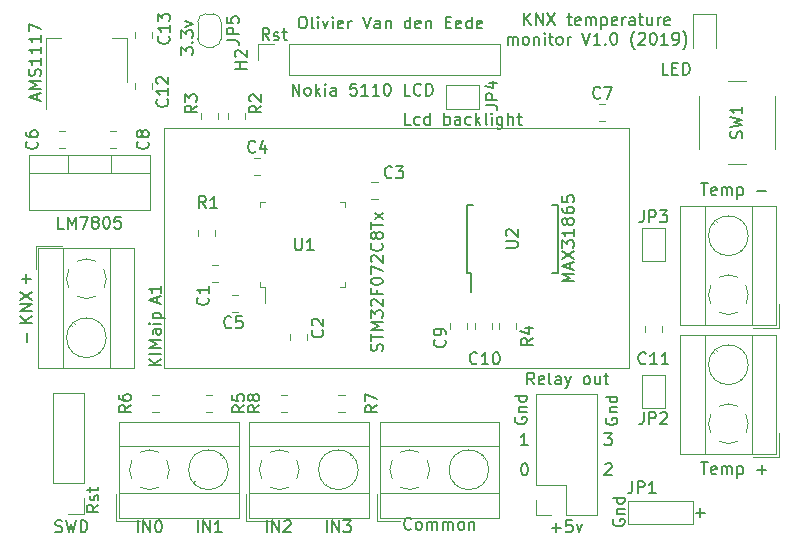
<source format=gbr>
G04 #@! TF.GenerationSoftware,KiCad,Pcbnew,5.1.2*
G04 #@! TF.CreationDate,2019-05-23T10:46:26+02:00*
G04 #@! TF.ProjectId,pcb,7063622e-6b69-4636-9164-5f7063625858,rev?*
G04 #@! TF.SameCoordinates,Original*
G04 #@! TF.FileFunction,Legend,Top*
G04 #@! TF.FilePolarity,Positive*
%FSLAX46Y46*%
G04 Gerber Fmt 4.6, Leading zero omitted, Abs format (unit mm)*
G04 Created by KiCad (PCBNEW 5.1.2) date 2019-05-23 10:46:26*
%MOMM*%
%LPD*%
G04 APERTURE LIST*
%ADD10C,0.150000*%
%ADD11C,0.120000*%
G04 APERTURE END LIST*
D10*
X111506047Y-43124380D02*
X111172714Y-42648190D01*
X110934619Y-43124380D02*
X110934619Y-42124380D01*
X111315571Y-42124380D01*
X111410809Y-42172000D01*
X111458428Y-42219619D01*
X111506047Y-42314857D01*
X111506047Y-42457714D01*
X111458428Y-42552952D01*
X111410809Y-42600571D01*
X111315571Y-42648190D01*
X110934619Y-42648190D01*
X111887000Y-43076761D02*
X111982238Y-43124380D01*
X112172714Y-43124380D01*
X112267952Y-43076761D01*
X112315571Y-42981523D01*
X112315571Y-42933904D01*
X112267952Y-42838666D01*
X112172714Y-42791047D01*
X112029857Y-42791047D01*
X111934619Y-42743428D01*
X111887000Y-42648190D01*
X111887000Y-42600571D01*
X111934619Y-42505333D01*
X112029857Y-42457714D01*
X112172714Y-42457714D01*
X112267952Y-42505333D01*
X112601285Y-42457714D02*
X112982238Y-42457714D01*
X112744142Y-42124380D02*
X112744142Y-42981523D01*
X112791761Y-43076761D01*
X112887000Y-43124380D01*
X112982238Y-43124380D01*
X97023180Y-82473752D02*
X96546990Y-82807085D01*
X97023180Y-83045180D02*
X96023180Y-83045180D01*
X96023180Y-82664228D01*
X96070800Y-82568990D01*
X96118419Y-82521371D01*
X96213657Y-82473752D01*
X96356514Y-82473752D01*
X96451752Y-82521371D01*
X96499371Y-82568990D01*
X96546990Y-82664228D01*
X96546990Y-83045180D01*
X96975561Y-82092800D02*
X97023180Y-81997561D01*
X97023180Y-81807085D01*
X96975561Y-81711847D01*
X96880323Y-81664228D01*
X96832704Y-81664228D01*
X96737466Y-81711847D01*
X96689847Y-81807085D01*
X96689847Y-81949942D01*
X96642228Y-82045180D01*
X96546990Y-82092800D01*
X96499371Y-82092800D01*
X96404133Y-82045180D01*
X96356514Y-81949942D01*
X96356514Y-81807085D01*
X96404133Y-81711847D01*
X96356514Y-81378514D02*
X96356514Y-80997561D01*
X96023180Y-81235657D02*
X96880323Y-81235657D01*
X96975561Y-81188038D01*
X97023180Y-81092800D01*
X97023180Y-80997561D01*
X133099942Y-41867580D02*
X133099942Y-40867580D01*
X133671371Y-41867580D02*
X133242800Y-41296152D01*
X133671371Y-40867580D02*
X133099942Y-41439009D01*
X134099942Y-41867580D02*
X134099942Y-40867580D01*
X134671371Y-41867580D01*
X134671371Y-40867580D01*
X135052323Y-40867580D02*
X135718990Y-41867580D01*
X135718990Y-40867580D02*
X135052323Y-41867580D01*
X136718990Y-41200914D02*
X137099942Y-41200914D01*
X136861847Y-40867580D02*
X136861847Y-41724723D01*
X136909466Y-41819961D01*
X137004704Y-41867580D01*
X137099942Y-41867580D01*
X137814228Y-41819961D02*
X137718990Y-41867580D01*
X137528514Y-41867580D01*
X137433276Y-41819961D01*
X137385657Y-41724723D01*
X137385657Y-41343771D01*
X137433276Y-41248533D01*
X137528514Y-41200914D01*
X137718990Y-41200914D01*
X137814228Y-41248533D01*
X137861847Y-41343771D01*
X137861847Y-41439009D01*
X137385657Y-41534247D01*
X138290419Y-41867580D02*
X138290419Y-41200914D01*
X138290419Y-41296152D02*
X138338038Y-41248533D01*
X138433276Y-41200914D01*
X138576133Y-41200914D01*
X138671371Y-41248533D01*
X138718990Y-41343771D01*
X138718990Y-41867580D01*
X138718990Y-41343771D02*
X138766609Y-41248533D01*
X138861847Y-41200914D01*
X139004704Y-41200914D01*
X139099942Y-41248533D01*
X139147561Y-41343771D01*
X139147561Y-41867580D01*
X139623752Y-41200914D02*
X139623752Y-42200914D01*
X139623752Y-41248533D02*
X139718990Y-41200914D01*
X139909466Y-41200914D01*
X140004704Y-41248533D01*
X140052323Y-41296152D01*
X140099942Y-41391390D01*
X140099942Y-41677104D01*
X140052323Y-41772342D01*
X140004704Y-41819961D01*
X139909466Y-41867580D01*
X139718990Y-41867580D01*
X139623752Y-41819961D01*
X140909466Y-41819961D02*
X140814228Y-41867580D01*
X140623752Y-41867580D01*
X140528514Y-41819961D01*
X140480895Y-41724723D01*
X140480895Y-41343771D01*
X140528514Y-41248533D01*
X140623752Y-41200914D01*
X140814228Y-41200914D01*
X140909466Y-41248533D01*
X140957085Y-41343771D01*
X140957085Y-41439009D01*
X140480895Y-41534247D01*
X141385657Y-41867580D02*
X141385657Y-41200914D01*
X141385657Y-41391390D02*
X141433276Y-41296152D01*
X141480895Y-41248533D01*
X141576133Y-41200914D01*
X141671371Y-41200914D01*
X142433276Y-41867580D02*
X142433276Y-41343771D01*
X142385657Y-41248533D01*
X142290419Y-41200914D01*
X142099942Y-41200914D01*
X142004704Y-41248533D01*
X142433276Y-41819961D02*
X142338038Y-41867580D01*
X142099942Y-41867580D01*
X142004704Y-41819961D01*
X141957085Y-41724723D01*
X141957085Y-41629485D01*
X142004704Y-41534247D01*
X142099942Y-41486628D01*
X142338038Y-41486628D01*
X142433276Y-41439009D01*
X142766609Y-41200914D02*
X143147561Y-41200914D01*
X142909466Y-40867580D02*
X142909466Y-41724723D01*
X142957085Y-41819961D01*
X143052323Y-41867580D01*
X143147561Y-41867580D01*
X143909466Y-41200914D02*
X143909466Y-41867580D01*
X143480895Y-41200914D02*
X143480895Y-41724723D01*
X143528514Y-41819961D01*
X143623752Y-41867580D01*
X143766609Y-41867580D01*
X143861847Y-41819961D01*
X143909466Y-41772342D01*
X144385657Y-41867580D02*
X144385657Y-41200914D01*
X144385657Y-41391390D02*
X144433276Y-41296152D01*
X144480895Y-41248533D01*
X144576133Y-41200914D01*
X144671371Y-41200914D01*
X145385657Y-41819961D02*
X145290419Y-41867580D01*
X145099942Y-41867580D01*
X145004704Y-41819961D01*
X144957085Y-41724723D01*
X144957085Y-41343771D01*
X145004704Y-41248533D01*
X145099942Y-41200914D01*
X145290419Y-41200914D01*
X145385657Y-41248533D01*
X145433276Y-41343771D01*
X145433276Y-41439009D01*
X144957085Y-41534247D01*
X131671371Y-43517580D02*
X131671371Y-42850914D01*
X131671371Y-42946152D02*
X131718990Y-42898533D01*
X131814228Y-42850914D01*
X131957085Y-42850914D01*
X132052323Y-42898533D01*
X132099942Y-42993771D01*
X132099942Y-43517580D01*
X132099942Y-42993771D02*
X132147561Y-42898533D01*
X132242800Y-42850914D01*
X132385657Y-42850914D01*
X132480895Y-42898533D01*
X132528514Y-42993771D01*
X132528514Y-43517580D01*
X133147561Y-43517580D02*
X133052323Y-43469961D01*
X133004704Y-43422342D01*
X132957085Y-43327104D01*
X132957085Y-43041390D01*
X133004704Y-42946152D01*
X133052323Y-42898533D01*
X133147561Y-42850914D01*
X133290419Y-42850914D01*
X133385657Y-42898533D01*
X133433276Y-42946152D01*
X133480895Y-43041390D01*
X133480895Y-43327104D01*
X133433276Y-43422342D01*
X133385657Y-43469961D01*
X133290419Y-43517580D01*
X133147561Y-43517580D01*
X133909466Y-42850914D02*
X133909466Y-43517580D01*
X133909466Y-42946152D02*
X133957085Y-42898533D01*
X134052323Y-42850914D01*
X134195180Y-42850914D01*
X134290419Y-42898533D01*
X134338038Y-42993771D01*
X134338038Y-43517580D01*
X134814228Y-43517580D02*
X134814228Y-42850914D01*
X134814228Y-42517580D02*
X134766609Y-42565200D01*
X134814228Y-42612819D01*
X134861847Y-42565200D01*
X134814228Y-42517580D01*
X134814228Y-42612819D01*
X135147561Y-42850914D02*
X135528514Y-42850914D01*
X135290419Y-42517580D02*
X135290419Y-43374723D01*
X135338038Y-43469961D01*
X135433276Y-43517580D01*
X135528514Y-43517580D01*
X136004704Y-43517580D02*
X135909466Y-43469961D01*
X135861847Y-43422342D01*
X135814228Y-43327104D01*
X135814228Y-43041390D01*
X135861847Y-42946152D01*
X135909466Y-42898533D01*
X136004704Y-42850914D01*
X136147561Y-42850914D01*
X136242800Y-42898533D01*
X136290419Y-42946152D01*
X136338038Y-43041390D01*
X136338038Y-43327104D01*
X136290419Y-43422342D01*
X136242800Y-43469961D01*
X136147561Y-43517580D01*
X136004704Y-43517580D01*
X136766609Y-43517580D02*
X136766609Y-42850914D01*
X136766609Y-43041390D02*
X136814228Y-42946152D01*
X136861847Y-42898533D01*
X136957085Y-42850914D01*
X137052323Y-42850914D01*
X138004704Y-42517580D02*
X138338038Y-43517580D01*
X138671371Y-42517580D01*
X139528514Y-43517580D02*
X138957085Y-43517580D01*
X139242800Y-43517580D02*
X139242800Y-42517580D01*
X139147561Y-42660438D01*
X139052323Y-42755676D01*
X138957085Y-42803295D01*
X139957085Y-43422342D02*
X140004704Y-43469961D01*
X139957085Y-43517580D01*
X139909466Y-43469961D01*
X139957085Y-43422342D01*
X139957085Y-43517580D01*
X140623752Y-42517580D02*
X140718990Y-42517580D01*
X140814228Y-42565200D01*
X140861847Y-42612819D01*
X140909466Y-42708057D01*
X140957085Y-42898533D01*
X140957085Y-43136628D01*
X140909466Y-43327104D01*
X140861847Y-43422342D01*
X140814228Y-43469961D01*
X140718990Y-43517580D01*
X140623752Y-43517580D01*
X140528514Y-43469961D01*
X140480895Y-43422342D01*
X140433276Y-43327104D01*
X140385657Y-43136628D01*
X140385657Y-42898533D01*
X140433276Y-42708057D01*
X140480895Y-42612819D01*
X140528514Y-42565200D01*
X140623752Y-42517580D01*
X142433276Y-43898533D02*
X142385657Y-43850914D01*
X142290419Y-43708057D01*
X142242800Y-43612819D01*
X142195180Y-43469961D01*
X142147561Y-43231866D01*
X142147561Y-43041390D01*
X142195180Y-42803295D01*
X142242800Y-42660438D01*
X142290419Y-42565200D01*
X142385657Y-42422342D01*
X142433276Y-42374723D01*
X142766609Y-42612819D02*
X142814228Y-42565200D01*
X142909466Y-42517580D01*
X143147561Y-42517580D01*
X143242800Y-42565200D01*
X143290419Y-42612819D01*
X143338038Y-42708057D01*
X143338038Y-42803295D01*
X143290419Y-42946152D01*
X142718990Y-43517580D01*
X143338038Y-43517580D01*
X143957085Y-42517580D02*
X144052323Y-42517580D01*
X144147561Y-42565200D01*
X144195180Y-42612819D01*
X144242800Y-42708057D01*
X144290419Y-42898533D01*
X144290419Y-43136628D01*
X144242800Y-43327104D01*
X144195180Y-43422342D01*
X144147561Y-43469961D01*
X144052323Y-43517580D01*
X143957085Y-43517580D01*
X143861847Y-43469961D01*
X143814228Y-43422342D01*
X143766609Y-43327104D01*
X143718990Y-43136628D01*
X143718990Y-42898533D01*
X143766609Y-42708057D01*
X143814228Y-42612819D01*
X143861847Y-42565200D01*
X143957085Y-42517580D01*
X145242800Y-43517580D02*
X144671371Y-43517580D01*
X144957085Y-43517580D02*
X144957085Y-42517580D01*
X144861847Y-42660438D01*
X144766609Y-42755676D01*
X144671371Y-42803295D01*
X145718990Y-43517580D02*
X145909466Y-43517580D01*
X146004704Y-43469961D01*
X146052323Y-43422342D01*
X146147561Y-43279485D01*
X146195180Y-43089009D01*
X146195180Y-42708057D01*
X146147561Y-42612819D01*
X146099942Y-42565200D01*
X146004704Y-42517580D01*
X145814228Y-42517580D01*
X145718990Y-42565200D01*
X145671371Y-42612819D01*
X145623752Y-42708057D01*
X145623752Y-42946152D01*
X145671371Y-43041390D01*
X145718990Y-43089009D01*
X145814228Y-43136628D01*
X146004704Y-43136628D01*
X146099942Y-43089009D01*
X146147561Y-43041390D01*
X146195180Y-42946152D01*
X146528514Y-43898533D02*
X146576133Y-43850914D01*
X146671371Y-43708057D01*
X146718990Y-43612819D01*
X146766609Y-43469961D01*
X146814228Y-43231866D01*
X146814228Y-43041390D01*
X146766609Y-42803295D01*
X146718990Y-42660438D01*
X146671371Y-42565200D01*
X146576133Y-42422342D01*
X146528514Y-42374723D01*
X114243790Y-41133780D02*
X114434266Y-41133780D01*
X114529504Y-41181400D01*
X114624742Y-41276638D01*
X114672361Y-41467114D01*
X114672361Y-41800447D01*
X114624742Y-41990923D01*
X114529504Y-42086161D01*
X114434266Y-42133780D01*
X114243790Y-42133780D01*
X114148552Y-42086161D01*
X114053314Y-41990923D01*
X114005695Y-41800447D01*
X114005695Y-41467114D01*
X114053314Y-41276638D01*
X114148552Y-41181400D01*
X114243790Y-41133780D01*
X115243790Y-42133780D02*
X115148552Y-42086161D01*
X115100933Y-41990923D01*
X115100933Y-41133780D01*
X115624742Y-42133780D02*
X115624742Y-41467114D01*
X115624742Y-41133780D02*
X115577123Y-41181400D01*
X115624742Y-41229019D01*
X115672361Y-41181400D01*
X115624742Y-41133780D01*
X115624742Y-41229019D01*
X116005695Y-41467114D02*
X116243790Y-42133780D01*
X116481885Y-41467114D01*
X116862838Y-42133780D02*
X116862838Y-41467114D01*
X116862838Y-41133780D02*
X116815219Y-41181400D01*
X116862838Y-41229019D01*
X116910457Y-41181400D01*
X116862838Y-41133780D01*
X116862838Y-41229019D01*
X117719980Y-42086161D02*
X117624742Y-42133780D01*
X117434266Y-42133780D01*
X117339028Y-42086161D01*
X117291409Y-41990923D01*
X117291409Y-41609971D01*
X117339028Y-41514733D01*
X117434266Y-41467114D01*
X117624742Y-41467114D01*
X117719980Y-41514733D01*
X117767600Y-41609971D01*
X117767600Y-41705209D01*
X117291409Y-41800447D01*
X118196171Y-42133780D02*
X118196171Y-41467114D01*
X118196171Y-41657590D02*
X118243790Y-41562352D01*
X118291409Y-41514733D01*
X118386647Y-41467114D01*
X118481885Y-41467114D01*
X119434266Y-41133780D02*
X119767600Y-42133780D01*
X120100933Y-41133780D01*
X120862838Y-42133780D02*
X120862838Y-41609971D01*
X120815219Y-41514733D01*
X120719980Y-41467114D01*
X120529504Y-41467114D01*
X120434266Y-41514733D01*
X120862838Y-42086161D02*
X120767600Y-42133780D01*
X120529504Y-42133780D01*
X120434266Y-42086161D01*
X120386647Y-41990923D01*
X120386647Y-41895685D01*
X120434266Y-41800447D01*
X120529504Y-41752828D01*
X120767600Y-41752828D01*
X120862838Y-41705209D01*
X121339028Y-41467114D02*
X121339028Y-42133780D01*
X121339028Y-41562352D02*
X121386647Y-41514733D01*
X121481885Y-41467114D01*
X121624742Y-41467114D01*
X121719980Y-41514733D01*
X121767600Y-41609971D01*
X121767600Y-42133780D01*
X123434266Y-42133780D02*
X123434266Y-41133780D01*
X123434266Y-42086161D02*
X123339028Y-42133780D01*
X123148552Y-42133780D01*
X123053314Y-42086161D01*
X123005695Y-42038542D01*
X122958076Y-41943304D01*
X122958076Y-41657590D01*
X123005695Y-41562352D01*
X123053314Y-41514733D01*
X123148552Y-41467114D01*
X123339028Y-41467114D01*
X123434266Y-41514733D01*
X124291409Y-42086161D02*
X124196171Y-42133780D01*
X124005695Y-42133780D01*
X123910457Y-42086161D01*
X123862838Y-41990923D01*
X123862838Y-41609971D01*
X123910457Y-41514733D01*
X124005695Y-41467114D01*
X124196171Y-41467114D01*
X124291409Y-41514733D01*
X124339028Y-41609971D01*
X124339028Y-41705209D01*
X123862838Y-41800447D01*
X124767600Y-41467114D02*
X124767600Y-42133780D01*
X124767600Y-41562352D02*
X124815219Y-41514733D01*
X124910457Y-41467114D01*
X125053314Y-41467114D01*
X125148552Y-41514733D01*
X125196171Y-41609971D01*
X125196171Y-42133780D01*
X126434266Y-41609971D02*
X126767600Y-41609971D01*
X126910457Y-42133780D02*
X126434266Y-42133780D01*
X126434266Y-41133780D01*
X126910457Y-41133780D01*
X127719980Y-42086161D02*
X127624742Y-42133780D01*
X127434266Y-42133780D01*
X127339028Y-42086161D01*
X127291409Y-41990923D01*
X127291409Y-41609971D01*
X127339028Y-41514733D01*
X127434266Y-41467114D01*
X127624742Y-41467114D01*
X127719980Y-41514733D01*
X127767600Y-41609971D01*
X127767600Y-41705209D01*
X127291409Y-41800447D01*
X128624742Y-42133780D02*
X128624742Y-41133780D01*
X128624742Y-42086161D02*
X128529504Y-42133780D01*
X128339028Y-42133780D01*
X128243790Y-42086161D01*
X128196171Y-42038542D01*
X128148552Y-41943304D01*
X128148552Y-41657590D01*
X128196171Y-41562352D01*
X128243790Y-41514733D01*
X128339028Y-41467114D01*
X128529504Y-41467114D01*
X128624742Y-41514733D01*
X129481885Y-42086161D02*
X129386647Y-42133780D01*
X129196171Y-42133780D01*
X129100933Y-42086161D01*
X129053314Y-41990923D01*
X129053314Y-41609971D01*
X129100933Y-41514733D01*
X129196171Y-41467114D01*
X129386647Y-41467114D01*
X129481885Y-41514733D01*
X129529504Y-41609971D01*
X129529504Y-41705209D01*
X129053314Y-41800447D01*
X91003428Y-68706952D02*
X91003428Y-67945047D01*
X90551047Y-63317428D02*
X91312952Y-63317428D01*
X90932000Y-63698380D02*
X90932000Y-62936476D01*
X116348000Y-84780380D02*
X116348000Y-83780380D01*
X116824190Y-84780380D02*
X116824190Y-83780380D01*
X117395619Y-84780380D01*
X117395619Y-83780380D01*
X117776571Y-83780380D02*
X118395619Y-83780380D01*
X118062285Y-84161333D01*
X118205142Y-84161333D01*
X118300380Y-84208952D01*
X118348000Y-84256571D01*
X118395619Y-84351809D01*
X118395619Y-84589904D01*
X118348000Y-84685142D01*
X118300380Y-84732761D01*
X118205142Y-84780380D01*
X117919428Y-84780380D01*
X117824190Y-84732761D01*
X117776571Y-84685142D01*
X111268000Y-84780380D02*
X111268000Y-83780380D01*
X111744190Y-84780380D02*
X111744190Y-83780380D01*
X112315619Y-84780380D01*
X112315619Y-83780380D01*
X112744190Y-83875619D02*
X112791809Y-83828000D01*
X112887047Y-83780380D01*
X113125142Y-83780380D01*
X113220380Y-83828000D01*
X113268000Y-83875619D01*
X113315619Y-83970857D01*
X113315619Y-84066095D01*
X113268000Y-84208952D01*
X112696571Y-84780380D01*
X113315619Y-84780380D01*
X105426000Y-84780380D02*
X105426000Y-83780380D01*
X105902190Y-84780380D02*
X105902190Y-83780380D01*
X106473619Y-84780380D01*
X106473619Y-83780380D01*
X107473619Y-84780380D02*
X106902190Y-84780380D01*
X107187904Y-84780380D02*
X107187904Y-83780380D01*
X107092666Y-83923238D01*
X106997428Y-84018476D01*
X106902190Y-84066095D01*
X100346000Y-84780380D02*
X100346000Y-83780380D01*
X100822190Y-84780380D02*
X100822190Y-83780380D01*
X101393619Y-84780380D01*
X101393619Y-83780380D01*
X102060285Y-83780380D02*
X102155523Y-83780380D01*
X102250761Y-83828000D01*
X102298380Y-83875619D01*
X102346000Y-83970857D01*
X102393619Y-84161333D01*
X102393619Y-84399428D01*
X102346000Y-84589904D01*
X102298380Y-84685142D01*
X102250761Y-84732761D01*
X102155523Y-84780380D01*
X102060285Y-84780380D01*
X101965047Y-84732761D01*
X101917428Y-84685142D01*
X101869809Y-84589904D01*
X101822190Y-84399428D01*
X101822190Y-84161333D01*
X101869809Y-83970857D01*
X101917428Y-83875619D01*
X101965047Y-83828000D01*
X102060285Y-83780380D01*
X133048380Y-78954380D02*
X133143619Y-78954380D01*
X133238857Y-79002000D01*
X133286476Y-79049619D01*
X133334095Y-79144857D01*
X133381714Y-79335333D01*
X133381714Y-79573428D01*
X133334095Y-79763904D01*
X133286476Y-79859142D01*
X133238857Y-79906761D01*
X133143619Y-79954380D01*
X133048380Y-79954380D01*
X132953142Y-79906761D01*
X132905523Y-79859142D01*
X132857904Y-79763904D01*
X132810285Y-79573428D01*
X132810285Y-79335333D01*
X132857904Y-79144857D01*
X132905523Y-79049619D01*
X132953142Y-79002000D01*
X133048380Y-78954380D01*
X133381714Y-77414380D02*
X132810285Y-77414380D01*
X133096000Y-77414380D02*
X133096000Y-76414380D01*
X133000761Y-76557238D01*
X132905523Y-76652476D01*
X132810285Y-76700095D01*
X139922285Y-79049619D02*
X139969904Y-79002000D01*
X140065142Y-78954380D01*
X140303238Y-78954380D01*
X140398476Y-79002000D01*
X140446095Y-79049619D01*
X140493714Y-79144857D01*
X140493714Y-79240095D01*
X140446095Y-79382952D01*
X139874666Y-79954380D01*
X140493714Y-79954380D01*
X139874666Y-76414380D02*
X140493714Y-76414380D01*
X140160380Y-76795333D01*
X140303238Y-76795333D01*
X140398476Y-76842952D01*
X140446095Y-76890571D01*
X140493714Y-76985809D01*
X140493714Y-77223904D01*
X140446095Y-77319142D01*
X140398476Y-77366761D01*
X140303238Y-77414380D01*
X140017523Y-77414380D01*
X139922285Y-77366761D01*
X139874666Y-77319142D01*
X135413904Y-84399428D02*
X136175809Y-84399428D01*
X135794857Y-84780380D02*
X135794857Y-84018476D01*
X137128190Y-83780380D02*
X136652000Y-83780380D01*
X136604380Y-84256571D01*
X136652000Y-84208952D01*
X136747238Y-84161333D01*
X136985333Y-84161333D01*
X137080571Y-84208952D01*
X137128190Y-84256571D01*
X137175809Y-84351809D01*
X137175809Y-84589904D01*
X137128190Y-84685142D01*
X137080571Y-84732761D01*
X136985333Y-84780380D01*
X136747238Y-84780380D01*
X136652000Y-84732761D01*
X136604380Y-84685142D01*
X137509142Y-84113714D02*
X137747238Y-84780380D01*
X137985333Y-84113714D01*
X132342000Y-75064857D02*
X132294380Y-75160095D01*
X132294380Y-75302952D01*
X132342000Y-75445809D01*
X132437238Y-75541047D01*
X132532476Y-75588666D01*
X132722952Y-75636285D01*
X132865809Y-75636285D01*
X133056285Y-75588666D01*
X133151523Y-75541047D01*
X133246761Y-75445809D01*
X133294380Y-75302952D01*
X133294380Y-75207714D01*
X133246761Y-75064857D01*
X133199142Y-75017238D01*
X132865809Y-75017238D01*
X132865809Y-75207714D01*
X132627714Y-74588666D02*
X133294380Y-74588666D01*
X132722952Y-74588666D02*
X132675333Y-74541047D01*
X132627714Y-74445809D01*
X132627714Y-74302952D01*
X132675333Y-74207714D01*
X132770571Y-74160095D01*
X133294380Y-74160095D01*
X133294380Y-73255333D02*
X132294380Y-73255333D01*
X133246761Y-73255333D02*
X133294380Y-73350571D01*
X133294380Y-73541047D01*
X133246761Y-73636285D01*
X133199142Y-73683904D01*
X133103904Y-73731523D01*
X132818190Y-73731523D01*
X132722952Y-73683904D01*
X132675333Y-73636285D01*
X132627714Y-73541047D01*
X132627714Y-73350571D01*
X132675333Y-73255333D01*
X140025500Y-75128357D02*
X139977880Y-75223595D01*
X139977880Y-75366452D01*
X140025500Y-75509309D01*
X140120738Y-75604547D01*
X140215976Y-75652166D01*
X140406452Y-75699785D01*
X140549309Y-75699785D01*
X140739785Y-75652166D01*
X140835023Y-75604547D01*
X140930261Y-75509309D01*
X140977880Y-75366452D01*
X140977880Y-75271214D01*
X140930261Y-75128357D01*
X140882642Y-75080738D01*
X140549309Y-75080738D01*
X140549309Y-75271214D01*
X140311214Y-74652166D02*
X140977880Y-74652166D01*
X140406452Y-74652166D02*
X140358833Y-74604547D01*
X140311214Y-74509309D01*
X140311214Y-74366452D01*
X140358833Y-74271214D01*
X140454071Y-74223595D01*
X140977880Y-74223595D01*
X140977880Y-73318833D02*
X139977880Y-73318833D01*
X140930261Y-73318833D02*
X140977880Y-73414071D01*
X140977880Y-73604547D01*
X140930261Y-73699785D01*
X140882642Y-73747404D01*
X140787404Y-73795023D01*
X140501690Y-73795023D01*
X140406452Y-73747404D01*
X140358833Y-73699785D01*
X140311214Y-73604547D01*
X140311214Y-73414071D01*
X140358833Y-73318833D01*
D11*
X98546000Y-83802000D02*
X100546000Y-83802000D01*
X98546000Y-81562000D02*
X98546000Y-83802000D01*
X105166000Y-80478000D02*
X105072000Y-80571000D01*
X107416000Y-78227000D02*
X107357000Y-78286000D01*
X105336000Y-80718000D02*
X105277000Y-80776000D01*
X107621000Y-78433000D02*
X107527000Y-78526000D01*
X108906000Y-75442000D02*
X108906000Y-83562000D01*
X98786000Y-75442000D02*
X98786000Y-83562000D01*
X98786000Y-83562000D02*
X108906000Y-83562000D01*
X98786000Y-75442000D02*
X108906000Y-75442000D01*
X98786000Y-77502000D02*
X108906000Y-77502000D01*
X98786000Y-81502000D02*
X108906000Y-81502000D01*
X108026000Y-79502000D02*
G75*
G03X108026000Y-79502000I-1680000J0D01*
G01*
X101375383Y-81182450D02*
G75*
G02X100557000Y-80986000I-29383J1680450D01*
G01*
X99862047Y-80291088D02*
G75*
G02X99862000Y-78713000I1483953J789088D01*
G01*
X100556912Y-78018047D02*
G75*
G02X102135000Y-78018000I789088J-1483953D01*
G01*
X102829953Y-78712912D02*
G75*
G02X102830000Y-80291000I-1483953J-789088D01*
G01*
X102134712Y-80985352D02*
G75*
G02X101346000Y-81182000I-788712J1483352D01*
G01*
D10*
X128255000Y-62819000D02*
X128605000Y-62819000D01*
X128255000Y-57069000D02*
X128705000Y-57069000D01*
X135905000Y-57069000D02*
X135455000Y-57069000D01*
X135905000Y-62819000D02*
X135455000Y-62819000D01*
X128255000Y-62819000D02*
X128255000Y-57069000D01*
X135905000Y-62819000D02*
X135905000Y-57069000D01*
X128605000Y-62819000D02*
X128605000Y-64419000D01*
D11*
X102616000Y-50546000D02*
X141986000Y-50546000D01*
X141986000Y-50546000D02*
X141986000Y-70866000D01*
X141986000Y-70866000D02*
X102616000Y-70866000D01*
X102616000Y-70866000D02*
X102616000Y-50546000D01*
X106672748Y-62155000D02*
X107195252Y-62155000D01*
X106672748Y-63575000D02*
X107195252Y-63575000D01*
X114692500Y-68532752D02*
X114692500Y-68010248D01*
X113272500Y-68532752D02*
X113272500Y-68010248D01*
X120666252Y-55170000D02*
X120143748Y-55170000D01*
X120666252Y-56590000D02*
X120143748Y-56590000D01*
X110219748Y-53138000D02*
X110742252Y-53138000D01*
X110219748Y-54558000D02*
X110742252Y-54558000D01*
X108314748Y-66115000D02*
X108837252Y-66115000D01*
X108314748Y-64695000D02*
X108837252Y-64695000D01*
X94232252Y-52272000D02*
X93709748Y-52272000D01*
X94232252Y-50852000D02*
X93709748Y-50852000D01*
X139429748Y-48566000D02*
X139952252Y-48566000D01*
X139429748Y-49986000D02*
X139952252Y-49986000D01*
X98027748Y-52272000D02*
X98550252Y-52272000D01*
X98027748Y-50852000D02*
X98550252Y-50852000D01*
X126798000Y-67580252D02*
X126798000Y-67057748D01*
X128218000Y-67580252D02*
X128218000Y-67057748D01*
X130313500Y-67571252D02*
X130313500Y-67048748D01*
X128893500Y-67571252D02*
X128893500Y-67048748D01*
X143308000Y-67834252D02*
X143308000Y-67311748D01*
X144728000Y-67834252D02*
X144728000Y-67311748D01*
X149296000Y-43790000D02*
X149296000Y-40930000D01*
X149296000Y-40930000D02*
X147376000Y-40930000D01*
X147376000Y-40930000D02*
X147376000Y-43790000D01*
X95818000Y-72965000D02*
X93158000Y-72965000D01*
X95818000Y-80645000D02*
X95818000Y-72965000D01*
X93158000Y-80645000D02*
X93158000Y-72965000D01*
X95818000Y-80645000D02*
X93158000Y-80645000D01*
X95818000Y-81915000D02*
X95818000Y-83245000D01*
X95818000Y-83245000D02*
X94488000Y-83245000D01*
X113157000Y-46097500D02*
X113157000Y-43437500D01*
X113157000Y-46097500D02*
X130997000Y-46097500D01*
X130997000Y-46097500D02*
X130997000Y-43437500D01*
X113157000Y-43437500D02*
X130997000Y-43437500D01*
X110557000Y-43437500D02*
X111887000Y-43437500D01*
X110557000Y-44767500D02*
X110557000Y-43437500D01*
X147403000Y-82108000D02*
X147403000Y-84058000D01*
X141903000Y-82108000D02*
X147403000Y-82108000D01*
X141903000Y-84058000D02*
X141903000Y-82108000D01*
X147403000Y-84058000D02*
X141903000Y-84058000D01*
X143018000Y-71461000D02*
X145018000Y-71461000D01*
X143018000Y-74261000D02*
X143018000Y-71461000D01*
X145018000Y-74261000D02*
X143018000Y-74261000D01*
X145018000Y-71461000D02*
X145018000Y-74261000D01*
X145018000Y-59015000D02*
X145018000Y-61815000D01*
X145018000Y-61815000D02*
X143018000Y-61815000D01*
X143018000Y-61815000D02*
X143018000Y-59015000D01*
X143018000Y-59015000D02*
X145018000Y-59015000D01*
X126452000Y-48942500D02*
X126452000Y-46942500D01*
X129252000Y-48942500D02*
X126452000Y-48942500D01*
X129252000Y-46942500D02*
X129252000Y-48942500D01*
X126452000Y-46942500D02*
X129252000Y-46942500D01*
X105462000Y-59183748D02*
X105462000Y-59706252D01*
X106882000Y-59183748D02*
X106882000Y-59706252D01*
X109422000Y-49268748D02*
X109422000Y-49791252D01*
X108002000Y-49268748D02*
X108002000Y-49791252D01*
X105716000Y-49268748D02*
X105716000Y-49791252D01*
X107136000Y-49268748D02*
X107136000Y-49791252D01*
X132409000Y-67580252D02*
X132409000Y-67057748D01*
X130989000Y-67580252D02*
X130989000Y-67057748D01*
X106104948Y-73178600D02*
X106627452Y-73178600D01*
X106104948Y-74598600D02*
X106627452Y-74598600D01*
X102124252Y-73178600D02*
X101601748Y-73178600D01*
X102124252Y-74598600D02*
X101601748Y-74598600D01*
X117349748Y-73178600D02*
X117872252Y-73178600D01*
X117349748Y-74598600D02*
X117872252Y-74598600D01*
X113002852Y-74598600D02*
X112480348Y-74598600D01*
X113002852Y-73178600D02*
X112480348Y-73178600D01*
X154344000Y-52340000D02*
X154344000Y-47840000D01*
X150344000Y-53590000D02*
X151844000Y-53590000D01*
X147844000Y-47840000D02*
X147844000Y-52340000D01*
X151844000Y-46590000D02*
X150344000Y-46590000D01*
X117910000Y-57292000D02*
X117910000Y-56842000D01*
X117910000Y-56842000D02*
X117460000Y-56842000D01*
X117910000Y-63612000D02*
X117910000Y-64062000D01*
X117910000Y-64062000D02*
X117460000Y-64062000D01*
X110690000Y-57292000D02*
X110690000Y-56842000D01*
X110690000Y-56842000D02*
X111140000Y-56842000D01*
X110690000Y-63612000D02*
X110690000Y-64062000D01*
X110690000Y-64062000D02*
X111140000Y-64062000D01*
X111140000Y-64062000D02*
X111140000Y-65352000D01*
X91146000Y-52864000D02*
X101386000Y-52864000D01*
X91146000Y-57505000D02*
X101386000Y-57505000D01*
X91146000Y-52864000D02*
X91146000Y-57505000D01*
X101386000Y-52864000D02*
X101386000Y-57505000D01*
X91146000Y-54374000D02*
X101386000Y-54374000D01*
X94416000Y-52864000D02*
X94416000Y-54374000D01*
X98117000Y-52864000D02*
X98117000Y-54374000D01*
X154668000Y-78412000D02*
X154668000Y-76412000D01*
X152428000Y-78412000D02*
X154668000Y-78412000D01*
X151344000Y-71792000D02*
X151437000Y-71886000D01*
X149093000Y-69542000D02*
X149152000Y-69601000D01*
X151584000Y-71622000D02*
X151642000Y-71681000D01*
X149299000Y-69337000D02*
X149392000Y-69431000D01*
X146308000Y-68052000D02*
X154428000Y-68052000D01*
X146308000Y-78172000D02*
X154428000Y-78172000D01*
X154428000Y-78172000D02*
X154428000Y-68052000D01*
X146308000Y-78172000D02*
X146308000Y-68052000D01*
X148368000Y-78172000D02*
X148368000Y-68052000D01*
X152368000Y-78172000D02*
X152368000Y-68052000D01*
X152048000Y-70612000D02*
G75*
G03X152048000Y-70612000I-1680000J0D01*
G01*
X152048450Y-75582617D02*
G75*
G02X151852000Y-76401000I-1680450J-29383D01*
G01*
X151157088Y-77095953D02*
G75*
G02X149579000Y-77096000I-789088J1483953D01*
G01*
X148884047Y-76401088D02*
G75*
G02X148884000Y-74823000I1483953J789088D01*
G01*
X149578912Y-74128047D02*
G75*
G02X151157000Y-74128000I789088J-1483953D01*
G01*
X151851352Y-74823288D02*
G75*
G02X152048000Y-75612000I-1483352J-788712D01*
G01*
X151851352Y-63901288D02*
G75*
G02X152048000Y-64690000I-1483352J-788712D01*
G01*
X149578912Y-63206047D02*
G75*
G02X151157000Y-63206000I789088J-1483953D01*
G01*
X148884047Y-65479088D02*
G75*
G02X148884000Y-63901000I1483953J789088D01*
G01*
X151157088Y-66173953D02*
G75*
G02X149579000Y-66174000I-789088J1483953D01*
G01*
X152048450Y-64660617D02*
G75*
G02X151852000Y-65479000I-1680450J-29383D01*
G01*
X152048000Y-59690000D02*
G75*
G03X152048000Y-59690000I-1680000J0D01*
G01*
X152368000Y-67250000D02*
X152368000Y-57130000D01*
X148368000Y-67250000D02*
X148368000Y-57130000D01*
X146308000Y-67250000D02*
X146308000Y-57130000D01*
X154428000Y-67250000D02*
X154428000Y-57130000D01*
X146308000Y-67250000D02*
X154428000Y-67250000D01*
X146308000Y-57130000D02*
X154428000Y-57130000D01*
X149299000Y-58415000D02*
X149392000Y-58509000D01*
X151584000Y-60700000D02*
X151642000Y-60759000D01*
X149093000Y-58620000D02*
X149152000Y-58679000D01*
X151344000Y-60870000D02*
X151437000Y-60964000D01*
X152428000Y-67490000D02*
X154668000Y-67490000D01*
X154668000Y-67490000D02*
X154668000Y-65490000D01*
X94528648Y-64114712D02*
G75*
G02X94332000Y-63326000I1483352J788712D01*
G01*
X96801088Y-64809953D02*
G75*
G02X95223000Y-64810000I-789088J1483953D01*
G01*
X97495953Y-62536912D02*
G75*
G02X97496000Y-64115000I-1483953J-789088D01*
G01*
X95222912Y-61842047D02*
G75*
G02X96801000Y-61842000I789088J-1483953D01*
G01*
X94331550Y-63355383D02*
G75*
G02X94528000Y-62537000I1680450J29383D01*
G01*
X97692000Y-68326000D02*
G75*
G03X97692000Y-68326000I-1680000J0D01*
G01*
X94012000Y-60766000D02*
X94012000Y-70886000D01*
X98012000Y-60766000D02*
X98012000Y-70886000D01*
X100072000Y-60766000D02*
X100072000Y-70886000D01*
X91952000Y-60766000D02*
X91952000Y-70886000D01*
X100072000Y-60766000D02*
X91952000Y-60766000D01*
X100072000Y-70886000D02*
X91952000Y-70886000D01*
X97081000Y-69601000D02*
X96988000Y-69507000D01*
X94796000Y-67316000D02*
X94738000Y-67257000D01*
X97287000Y-69396000D02*
X97228000Y-69337000D01*
X95036000Y-67146000D02*
X94943000Y-67052000D01*
X93952000Y-60526000D02*
X91712000Y-60526000D01*
X91712000Y-60526000D02*
X91712000Y-62526000D01*
X113132912Y-80985352D02*
G75*
G02X112344200Y-81182000I-788712J1483352D01*
G01*
X113828153Y-78712912D02*
G75*
G02X113828200Y-80291000I-1483953J-789088D01*
G01*
X111555112Y-78018047D02*
G75*
G02X113133200Y-78018000I789088J-1483953D01*
G01*
X110860247Y-80291088D02*
G75*
G02X110860200Y-78713000I1483953J789088D01*
G01*
X112373583Y-81182450D02*
G75*
G02X111555200Y-80986000I-29383J1680450D01*
G01*
X119024200Y-79502000D02*
G75*
G03X119024200Y-79502000I-1680000J0D01*
G01*
X109784200Y-81502000D02*
X119904200Y-81502000D01*
X109784200Y-77502000D02*
X119904200Y-77502000D01*
X109784200Y-75442000D02*
X119904200Y-75442000D01*
X109784200Y-83562000D02*
X119904200Y-83562000D01*
X109784200Y-75442000D02*
X109784200Y-83562000D01*
X119904200Y-75442000D02*
X119904200Y-83562000D01*
X118619200Y-78433000D02*
X118525200Y-78526000D01*
X116334200Y-80718000D02*
X116275200Y-80776000D01*
X118414200Y-78227000D02*
X118355200Y-78286000D01*
X116164200Y-80478000D02*
X116070200Y-80571000D01*
X109544200Y-81562000D02*
X109544200Y-83802000D01*
X109544200Y-83802000D02*
X111544200Y-83802000D01*
X120593200Y-83802000D02*
X122593200Y-83802000D01*
X120593200Y-81562000D02*
X120593200Y-83802000D01*
X127213200Y-80478000D02*
X127119200Y-80571000D01*
X129463200Y-78227000D02*
X129404200Y-78286000D01*
X127383200Y-80718000D02*
X127324200Y-80776000D01*
X129668200Y-78433000D02*
X129574200Y-78526000D01*
X130953200Y-75442000D02*
X130953200Y-83562000D01*
X120833200Y-75442000D02*
X120833200Y-83562000D01*
X120833200Y-83562000D02*
X130953200Y-83562000D01*
X120833200Y-75442000D02*
X130953200Y-75442000D01*
X120833200Y-77502000D02*
X130953200Y-77502000D01*
X120833200Y-81502000D02*
X130953200Y-81502000D01*
X130073200Y-79502000D02*
G75*
G03X130073200Y-79502000I-1680000J0D01*
G01*
X123422583Y-81182450D02*
G75*
G02X122604200Y-80986000I-29383J1680450D01*
G01*
X121909247Y-80291088D02*
G75*
G02X121909200Y-78713000I1483953J789088D01*
G01*
X122604112Y-78018047D02*
G75*
G02X124182200Y-78018000I789088J-1483953D01*
G01*
X124877153Y-78712912D02*
G75*
G02X124877200Y-80291000I-1483953J-789088D01*
G01*
X124181912Y-80985352D02*
G75*
G02X123393200Y-81182000I-788712J1483352D01*
G01*
X139252000Y-83372000D02*
X136652000Y-83372000D01*
X139252000Y-83372000D02*
X139252000Y-73092000D01*
X139252000Y-73092000D02*
X134052000Y-73092000D01*
X134052000Y-80772000D02*
X134052000Y-73092000D01*
X136652000Y-80772000D02*
X134052000Y-80772000D01*
X136652000Y-83372000D02*
X136652000Y-80772000D01*
X134052000Y-83372000D02*
X134052000Y-82042000D01*
X135382000Y-83372000D02*
X134052000Y-83372000D01*
X100128000Y-46719748D02*
X100128000Y-47242252D01*
X101548000Y-46719748D02*
X101548000Y-47242252D01*
X100128000Y-42942252D02*
X100128000Y-42419748D01*
X101548000Y-42942252D02*
X101548000Y-42419748D01*
X107426000Y-42991000D02*
G75*
G02X106726000Y-43691000I-700000J0D01*
G01*
X106126000Y-43691000D02*
G75*
G02X105426000Y-42991000I0J700000D01*
G01*
X105426000Y-41591000D02*
G75*
G02X106126000Y-40891000I700000J0D01*
G01*
X106726000Y-40891000D02*
G75*
G02X107426000Y-41591000I0J-700000D01*
G01*
X106126000Y-40891000D02*
X106726000Y-40891000D01*
X105426000Y-42991000D02*
X105426000Y-41591000D01*
X106726000Y-43691000D02*
X106126000Y-43691000D01*
X107426000Y-41591000D02*
X107426000Y-42991000D01*
X99422000Y-42946000D02*
X98162000Y-42946000D01*
X92602000Y-42946000D02*
X93862000Y-42946000D01*
X99422000Y-46706000D02*
X99422000Y-42946000D01*
X92602000Y-48956000D02*
X92602000Y-42946000D01*
D10*
X131532380Y-60705904D02*
X132341904Y-60705904D01*
X132437142Y-60658285D01*
X132484761Y-60610666D01*
X132532380Y-60515428D01*
X132532380Y-60324952D01*
X132484761Y-60229714D01*
X132437142Y-60182095D01*
X132341904Y-60134476D01*
X131532380Y-60134476D01*
X131627619Y-59705904D02*
X131580000Y-59658285D01*
X131532380Y-59563047D01*
X131532380Y-59324952D01*
X131580000Y-59229714D01*
X131627619Y-59182095D01*
X131722857Y-59134476D01*
X131818095Y-59134476D01*
X131960952Y-59182095D01*
X132532380Y-59753523D01*
X132532380Y-59134476D01*
X137282380Y-63563047D02*
X136282380Y-63563047D01*
X136996666Y-63229714D01*
X136282380Y-62896380D01*
X137282380Y-62896380D01*
X136996666Y-62467809D02*
X136996666Y-61991619D01*
X137282380Y-62563047D02*
X136282380Y-62229714D01*
X137282380Y-61896380D01*
X136282380Y-61658285D02*
X137282380Y-60991619D01*
X136282380Y-60991619D02*
X137282380Y-61658285D01*
X136282380Y-60705904D02*
X136282380Y-60086857D01*
X136663333Y-60420190D01*
X136663333Y-60277333D01*
X136710952Y-60182095D01*
X136758571Y-60134476D01*
X136853809Y-60086857D01*
X137091904Y-60086857D01*
X137187142Y-60134476D01*
X137234761Y-60182095D01*
X137282380Y-60277333D01*
X137282380Y-60563047D01*
X137234761Y-60658285D01*
X137187142Y-60705904D01*
X137282380Y-59134476D02*
X137282380Y-59705904D01*
X137282380Y-59420190D02*
X136282380Y-59420190D01*
X136425238Y-59515428D01*
X136520476Y-59610666D01*
X136568095Y-59705904D01*
X136710952Y-58563047D02*
X136663333Y-58658285D01*
X136615714Y-58705904D01*
X136520476Y-58753523D01*
X136472857Y-58753523D01*
X136377619Y-58705904D01*
X136330000Y-58658285D01*
X136282380Y-58563047D01*
X136282380Y-58372571D01*
X136330000Y-58277333D01*
X136377619Y-58229714D01*
X136472857Y-58182095D01*
X136520476Y-58182095D01*
X136615714Y-58229714D01*
X136663333Y-58277333D01*
X136710952Y-58372571D01*
X136710952Y-58563047D01*
X136758571Y-58658285D01*
X136806190Y-58705904D01*
X136901428Y-58753523D01*
X137091904Y-58753523D01*
X137187142Y-58705904D01*
X137234761Y-58658285D01*
X137282380Y-58563047D01*
X137282380Y-58372571D01*
X137234761Y-58277333D01*
X137187142Y-58229714D01*
X137091904Y-58182095D01*
X136901428Y-58182095D01*
X136806190Y-58229714D01*
X136758571Y-58277333D01*
X136710952Y-58372571D01*
X136282380Y-57324952D02*
X136282380Y-57515428D01*
X136330000Y-57610666D01*
X136377619Y-57658285D01*
X136520476Y-57753523D01*
X136710952Y-57801142D01*
X137091904Y-57801142D01*
X137187142Y-57753523D01*
X137234761Y-57705904D01*
X137282380Y-57610666D01*
X137282380Y-57420190D01*
X137234761Y-57324952D01*
X137187142Y-57277333D01*
X137091904Y-57229714D01*
X136853809Y-57229714D01*
X136758571Y-57277333D01*
X136710952Y-57324952D01*
X136663333Y-57420190D01*
X136663333Y-57610666D01*
X136710952Y-57705904D01*
X136758571Y-57753523D01*
X136853809Y-57801142D01*
X136282380Y-56324952D02*
X136282380Y-56801142D01*
X136758571Y-56848761D01*
X136710952Y-56801142D01*
X136663333Y-56705904D01*
X136663333Y-56467809D01*
X136710952Y-56372571D01*
X136758571Y-56324952D01*
X136853809Y-56277333D01*
X137091904Y-56277333D01*
X137187142Y-56324952D01*
X137234761Y-56372571D01*
X137282380Y-56467809D01*
X137282380Y-56705904D01*
X137234761Y-56801142D01*
X137187142Y-56848761D01*
X102020666Y-65357285D02*
X102020666Y-64881095D01*
X102306380Y-65452523D02*
X101306380Y-65119190D01*
X102306380Y-64785857D01*
X102306380Y-63928714D02*
X102306380Y-64500142D01*
X102306380Y-64214428D02*
X101306380Y-64214428D01*
X101449238Y-64309666D01*
X101544476Y-64404904D01*
X101592095Y-64500142D01*
X102306380Y-70667285D02*
X101306380Y-70667285D01*
X102306380Y-70095857D02*
X101734952Y-70524428D01*
X101306380Y-70095857D02*
X101877809Y-70667285D01*
X102306380Y-69667285D02*
X101306380Y-69667285D01*
X102306380Y-69191095D02*
X101306380Y-69191095D01*
X102020666Y-68857761D01*
X101306380Y-68524428D01*
X102306380Y-68524428D01*
X102306380Y-67619666D02*
X101782571Y-67619666D01*
X101687333Y-67667285D01*
X101639714Y-67762523D01*
X101639714Y-67953000D01*
X101687333Y-68048238D01*
X102258761Y-67619666D02*
X102306380Y-67714904D01*
X102306380Y-67953000D01*
X102258761Y-68048238D01*
X102163523Y-68095857D01*
X102068285Y-68095857D01*
X101973047Y-68048238D01*
X101925428Y-67953000D01*
X101925428Y-67714904D01*
X101877809Y-67619666D01*
X102306380Y-67143476D02*
X101639714Y-67143476D01*
X101306380Y-67143476D02*
X101354000Y-67191095D01*
X101401619Y-67143476D01*
X101354000Y-67095857D01*
X101306380Y-67143476D01*
X101401619Y-67143476D01*
X101639714Y-66667285D02*
X102639714Y-66667285D01*
X101687333Y-66667285D02*
X101639714Y-66572047D01*
X101639714Y-66381571D01*
X101687333Y-66286333D01*
X101734952Y-66238714D01*
X101830190Y-66191095D01*
X102115904Y-66191095D01*
X102211142Y-66238714D01*
X102258761Y-66286333D01*
X102306380Y-66381571D01*
X102306380Y-66572047D01*
X102258761Y-66667285D01*
X106275142Y-64936666D02*
X106322761Y-64984285D01*
X106370380Y-65127142D01*
X106370380Y-65222380D01*
X106322761Y-65365238D01*
X106227523Y-65460476D01*
X106132285Y-65508095D01*
X105941809Y-65555714D01*
X105798952Y-65555714D01*
X105608476Y-65508095D01*
X105513238Y-65460476D01*
X105418000Y-65365238D01*
X105370380Y-65222380D01*
X105370380Y-65127142D01*
X105418000Y-64984285D01*
X105465619Y-64936666D01*
X106370380Y-63984285D02*
X106370380Y-64555714D01*
X106370380Y-64270000D02*
X105370380Y-64270000D01*
X105513238Y-64365238D01*
X105608476Y-64460476D01*
X105656095Y-64555714D01*
X115990642Y-67667166D02*
X116038261Y-67714785D01*
X116085880Y-67857642D01*
X116085880Y-67952880D01*
X116038261Y-68095738D01*
X115943023Y-68190976D01*
X115847785Y-68238595D01*
X115657309Y-68286214D01*
X115514452Y-68286214D01*
X115323976Y-68238595D01*
X115228738Y-68190976D01*
X115133500Y-68095738D01*
X115085880Y-67952880D01*
X115085880Y-67857642D01*
X115133500Y-67714785D01*
X115181119Y-67667166D01*
X115181119Y-67286214D02*
X115133500Y-67238595D01*
X115085880Y-67143357D01*
X115085880Y-66905261D01*
X115133500Y-66810023D01*
X115181119Y-66762404D01*
X115276357Y-66714785D01*
X115371595Y-66714785D01*
X115514452Y-66762404D01*
X116085880Y-67333833D01*
X116085880Y-66714785D01*
X121880333Y-54713142D02*
X121832714Y-54760761D01*
X121689857Y-54808380D01*
X121594619Y-54808380D01*
X121451761Y-54760761D01*
X121356523Y-54665523D01*
X121308904Y-54570285D01*
X121261285Y-54379809D01*
X121261285Y-54236952D01*
X121308904Y-54046476D01*
X121356523Y-53951238D01*
X121451761Y-53856000D01*
X121594619Y-53808380D01*
X121689857Y-53808380D01*
X121832714Y-53856000D01*
X121880333Y-53903619D01*
X122213666Y-53808380D02*
X122832714Y-53808380D01*
X122499380Y-54189333D01*
X122642238Y-54189333D01*
X122737476Y-54236952D01*
X122785095Y-54284571D01*
X122832714Y-54379809D01*
X122832714Y-54617904D01*
X122785095Y-54713142D01*
X122737476Y-54760761D01*
X122642238Y-54808380D01*
X122356523Y-54808380D01*
X122261285Y-54760761D01*
X122213666Y-54713142D01*
X110314333Y-52555142D02*
X110266714Y-52602761D01*
X110123857Y-52650380D01*
X110028619Y-52650380D01*
X109885761Y-52602761D01*
X109790523Y-52507523D01*
X109742904Y-52412285D01*
X109695285Y-52221809D01*
X109695285Y-52078952D01*
X109742904Y-51888476D01*
X109790523Y-51793238D01*
X109885761Y-51698000D01*
X110028619Y-51650380D01*
X110123857Y-51650380D01*
X110266714Y-51698000D01*
X110314333Y-51745619D01*
X111171476Y-51983714D02*
X111171476Y-52650380D01*
X110933380Y-51602761D02*
X110695285Y-52317047D01*
X111314333Y-52317047D01*
X108282333Y-67413142D02*
X108234714Y-67460761D01*
X108091857Y-67508380D01*
X107996619Y-67508380D01*
X107853761Y-67460761D01*
X107758523Y-67365523D01*
X107710904Y-67270285D01*
X107663285Y-67079809D01*
X107663285Y-66936952D01*
X107710904Y-66746476D01*
X107758523Y-66651238D01*
X107853761Y-66556000D01*
X107996619Y-66508380D01*
X108091857Y-66508380D01*
X108234714Y-66556000D01*
X108282333Y-66603619D01*
X109187095Y-66508380D02*
X108710904Y-66508380D01*
X108663285Y-66984571D01*
X108710904Y-66936952D01*
X108806142Y-66889333D01*
X109044238Y-66889333D01*
X109139476Y-66936952D01*
X109187095Y-66984571D01*
X109234714Y-67079809D01*
X109234714Y-67317904D01*
X109187095Y-67413142D01*
X109139476Y-67460761D01*
X109044238Y-67508380D01*
X108806142Y-67508380D01*
X108710904Y-67460761D01*
X108663285Y-67413142D01*
X91797142Y-51728666D02*
X91844761Y-51776285D01*
X91892380Y-51919142D01*
X91892380Y-52014380D01*
X91844761Y-52157238D01*
X91749523Y-52252476D01*
X91654285Y-52300095D01*
X91463809Y-52347714D01*
X91320952Y-52347714D01*
X91130476Y-52300095D01*
X91035238Y-52252476D01*
X90940000Y-52157238D01*
X90892380Y-52014380D01*
X90892380Y-51919142D01*
X90940000Y-51776285D01*
X90987619Y-51728666D01*
X90892380Y-50871523D02*
X90892380Y-51062000D01*
X90940000Y-51157238D01*
X90987619Y-51204857D01*
X91130476Y-51300095D01*
X91320952Y-51347714D01*
X91701904Y-51347714D01*
X91797142Y-51300095D01*
X91844761Y-51252476D01*
X91892380Y-51157238D01*
X91892380Y-50966761D01*
X91844761Y-50871523D01*
X91797142Y-50823904D01*
X91701904Y-50776285D01*
X91463809Y-50776285D01*
X91368571Y-50823904D01*
X91320952Y-50871523D01*
X91273333Y-50966761D01*
X91273333Y-51157238D01*
X91320952Y-51252476D01*
X91368571Y-51300095D01*
X91463809Y-51347714D01*
X139524333Y-47983142D02*
X139476714Y-48030761D01*
X139333857Y-48078380D01*
X139238619Y-48078380D01*
X139095761Y-48030761D01*
X139000523Y-47935523D01*
X138952904Y-47840285D01*
X138905285Y-47649809D01*
X138905285Y-47506952D01*
X138952904Y-47316476D01*
X139000523Y-47221238D01*
X139095761Y-47126000D01*
X139238619Y-47078380D01*
X139333857Y-47078380D01*
X139476714Y-47126000D01*
X139524333Y-47173619D01*
X139857666Y-47078380D02*
X140524333Y-47078380D01*
X140095761Y-48078380D01*
X101195142Y-51728666D02*
X101242761Y-51776285D01*
X101290380Y-51919142D01*
X101290380Y-52014380D01*
X101242761Y-52157238D01*
X101147523Y-52252476D01*
X101052285Y-52300095D01*
X100861809Y-52347714D01*
X100718952Y-52347714D01*
X100528476Y-52300095D01*
X100433238Y-52252476D01*
X100338000Y-52157238D01*
X100290380Y-52014380D01*
X100290380Y-51919142D01*
X100338000Y-51776285D01*
X100385619Y-51728666D01*
X100718952Y-51157238D02*
X100671333Y-51252476D01*
X100623714Y-51300095D01*
X100528476Y-51347714D01*
X100480857Y-51347714D01*
X100385619Y-51300095D01*
X100338000Y-51252476D01*
X100290380Y-51157238D01*
X100290380Y-50966761D01*
X100338000Y-50871523D01*
X100385619Y-50823904D01*
X100480857Y-50776285D01*
X100528476Y-50776285D01*
X100623714Y-50823904D01*
X100671333Y-50871523D01*
X100718952Y-50966761D01*
X100718952Y-51157238D01*
X100766571Y-51252476D01*
X100814190Y-51300095D01*
X100909428Y-51347714D01*
X101099904Y-51347714D01*
X101195142Y-51300095D01*
X101242761Y-51252476D01*
X101290380Y-51157238D01*
X101290380Y-50966761D01*
X101242761Y-50871523D01*
X101195142Y-50823904D01*
X101099904Y-50776285D01*
X100909428Y-50776285D01*
X100814190Y-50823904D01*
X100766571Y-50871523D01*
X100718952Y-50966761D01*
X126341142Y-68501666D02*
X126388761Y-68549285D01*
X126436380Y-68692142D01*
X126436380Y-68787380D01*
X126388761Y-68930238D01*
X126293523Y-69025476D01*
X126198285Y-69073095D01*
X126007809Y-69120714D01*
X125864952Y-69120714D01*
X125674476Y-69073095D01*
X125579238Y-69025476D01*
X125484000Y-68930238D01*
X125436380Y-68787380D01*
X125436380Y-68692142D01*
X125484000Y-68549285D01*
X125531619Y-68501666D01*
X126436380Y-68025476D02*
X126436380Y-67835000D01*
X126388761Y-67739761D01*
X126341142Y-67692142D01*
X126198285Y-67596904D01*
X126007809Y-67549285D01*
X125626857Y-67549285D01*
X125531619Y-67596904D01*
X125484000Y-67644523D01*
X125436380Y-67739761D01*
X125436380Y-67930238D01*
X125484000Y-68025476D01*
X125531619Y-68073095D01*
X125626857Y-68120714D01*
X125864952Y-68120714D01*
X125960190Y-68073095D01*
X126007809Y-68025476D01*
X126055428Y-67930238D01*
X126055428Y-67739761D01*
X126007809Y-67644523D01*
X125960190Y-67596904D01*
X125864952Y-67549285D01*
X129087642Y-70461142D02*
X129040023Y-70508761D01*
X128897166Y-70556380D01*
X128801928Y-70556380D01*
X128659071Y-70508761D01*
X128563833Y-70413523D01*
X128516214Y-70318285D01*
X128468595Y-70127809D01*
X128468595Y-69984952D01*
X128516214Y-69794476D01*
X128563833Y-69699238D01*
X128659071Y-69604000D01*
X128801928Y-69556380D01*
X128897166Y-69556380D01*
X129040023Y-69604000D01*
X129087642Y-69651619D01*
X130040023Y-70556380D02*
X129468595Y-70556380D01*
X129754309Y-70556380D02*
X129754309Y-69556380D01*
X129659071Y-69699238D01*
X129563833Y-69794476D01*
X129468595Y-69842095D01*
X130659071Y-69556380D02*
X130754309Y-69556380D01*
X130849547Y-69604000D01*
X130897166Y-69651619D01*
X130944785Y-69746857D01*
X130992404Y-69937333D01*
X130992404Y-70175428D01*
X130944785Y-70365904D01*
X130897166Y-70461142D01*
X130849547Y-70508761D01*
X130754309Y-70556380D01*
X130659071Y-70556380D01*
X130563833Y-70508761D01*
X130516214Y-70461142D01*
X130468595Y-70365904D01*
X130420976Y-70175428D01*
X130420976Y-69937333D01*
X130468595Y-69746857D01*
X130516214Y-69651619D01*
X130563833Y-69604000D01*
X130659071Y-69556380D01*
X143375142Y-70470142D02*
X143327523Y-70517761D01*
X143184666Y-70565380D01*
X143089428Y-70565380D01*
X142946571Y-70517761D01*
X142851333Y-70422523D01*
X142803714Y-70327285D01*
X142756095Y-70136809D01*
X142756095Y-69993952D01*
X142803714Y-69803476D01*
X142851333Y-69708238D01*
X142946571Y-69613000D01*
X143089428Y-69565380D01*
X143184666Y-69565380D01*
X143327523Y-69613000D01*
X143375142Y-69660619D01*
X144327523Y-70565380D02*
X143756095Y-70565380D01*
X144041809Y-70565380D02*
X144041809Y-69565380D01*
X143946571Y-69708238D01*
X143851333Y-69803476D01*
X143756095Y-69851095D01*
X145279904Y-70565380D02*
X144708476Y-70565380D01*
X144994190Y-70565380D02*
X144994190Y-69565380D01*
X144898952Y-69708238D01*
X144803714Y-69803476D01*
X144708476Y-69851095D01*
X145280142Y-46045380D02*
X144803952Y-46045380D01*
X144803952Y-45045380D01*
X145613476Y-45521571D02*
X145946809Y-45521571D01*
X146089666Y-46045380D02*
X145613476Y-46045380D01*
X145613476Y-45045380D01*
X146089666Y-45045380D01*
X146518238Y-46045380D02*
X146518238Y-45045380D01*
X146756333Y-45045380D01*
X146899190Y-45093000D01*
X146994428Y-45188238D01*
X147042047Y-45283476D01*
X147089666Y-45473952D01*
X147089666Y-45616809D01*
X147042047Y-45807285D01*
X146994428Y-45902523D01*
X146899190Y-45997761D01*
X146756333Y-46045380D01*
X146518238Y-46045380D01*
X93384857Y-84732761D02*
X93527714Y-84780380D01*
X93765809Y-84780380D01*
X93861047Y-84732761D01*
X93908666Y-84685142D01*
X93956285Y-84589904D01*
X93956285Y-84494666D01*
X93908666Y-84399428D01*
X93861047Y-84351809D01*
X93765809Y-84304190D01*
X93575333Y-84256571D01*
X93480095Y-84208952D01*
X93432476Y-84161333D01*
X93384857Y-84066095D01*
X93384857Y-83970857D01*
X93432476Y-83875619D01*
X93480095Y-83828000D01*
X93575333Y-83780380D01*
X93813428Y-83780380D01*
X93956285Y-83828000D01*
X94289619Y-83780380D02*
X94527714Y-84780380D01*
X94718190Y-84066095D01*
X94908666Y-84780380D01*
X95146761Y-83780380D01*
X95527714Y-84780380D02*
X95527714Y-83780380D01*
X95765809Y-83780380D01*
X95908666Y-83828000D01*
X96003904Y-83923238D01*
X96051523Y-84018476D01*
X96099142Y-84208952D01*
X96099142Y-84351809D01*
X96051523Y-84542285D01*
X96003904Y-84637523D01*
X95908666Y-84732761D01*
X95765809Y-84780380D01*
X95527714Y-84780380D01*
X109569380Y-45529404D02*
X108569380Y-45529404D01*
X109045571Y-45529404D02*
X109045571Y-44957976D01*
X109569380Y-44957976D02*
X108569380Y-44957976D01*
X108664619Y-44529404D02*
X108617000Y-44481785D01*
X108569380Y-44386547D01*
X108569380Y-44148452D01*
X108617000Y-44053214D01*
X108664619Y-44005595D01*
X108759857Y-43957976D01*
X108855095Y-43957976D01*
X108997952Y-44005595D01*
X109569380Y-44577023D01*
X109569380Y-43957976D01*
X113475238Y-47823380D02*
X113475238Y-46823380D01*
X114046666Y-47823380D01*
X114046666Y-46823380D01*
X114665714Y-47823380D02*
X114570476Y-47775761D01*
X114522857Y-47728142D01*
X114475238Y-47632904D01*
X114475238Y-47347190D01*
X114522857Y-47251952D01*
X114570476Y-47204333D01*
X114665714Y-47156714D01*
X114808571Y-47156714D01*
X114903809Y-47204333D01*
X114951428Y-47251952D01*
X114999047Y-47347190D01*
X114999047Y-47632904D01*
X114951428Y-47728142D01*
X114903809Y-47775761D01*
X114808571Y-47823380D01*
X114665714Y-47823380D01*
X115427619Y-47823380D02*
X115427619Y-46823380D01*
X115522857Y-47442428D02*
X115808571Y-47823380D01*
X115808571Y-47156714D02*
X115427619Y-47537666D01*
X116237142Y-47823380D02*
X116237142Y-47156714D01*
X116237142Y-46823380D02*
X116189523Y-46871000D01*
X116237142Y-46918619D01*
X116284761Y-46871000D01*
X116237142Y-46823380D01*
X116237142Y-46918619D01*
X117141904Y-47823380D02*
X117141904Y-47299571D01*
X117094285Y-47204333D01*
X116999047Y-47156714D01*
X116808571Y-47156714D01*
X116713333Y-47204333D01*
X117141904Y-47775761D02*
X117046666Y-47823380D01*
X116808571Y-47823380D01*
X116713333Y-47775761D01*
X116665714Y-47680523D01*
X116665714Y-47585285D01*
X116713333Y-47490047D01*
X116808571Y-47442428D01*
X117046666Y-47442428D01*
X117141904Y-47394809D01*
X118856190Y-46823380D02*
X118380000Y-46823380D01*
X118332380Y-47299571D01*
X118380000Y-47251952D01*
X118475238Y-47204333D01*
X118713333Y-47204333D01*
X118808571Y-47251952D01*
X118856190Y-47299571D01*
X118903809Y-47394809D01*
X118903809Y-47632904D01*
X118856190Y-47728142D01*
X118808571Y-47775761D01*
X118713333Y-47823380D01*
X118475238Y-47823380D01*
X118380000Y-47775761D01*
X118332380Y-47728142D01*
X119856190Y-47823380D02*
X119284761Y-47823380D01*
X119570476Y-47823380D02*
X119570476Y-46823380D01*
X119475238Y-46966238D01*
X119380000Y-47061476D01*
X119284761Y-47109095D01*
X120808571Y-47823380D02*
X120237142Y-47823380D01*
X120522857Y-47823380D02*
X120522857Y-46823380D01*
X120427619Y-46966238D01*
X120332380Y-47061476D01*
X120237142Y-47109095D01*
X121427619Y-46823380D02*
X121522857Y-46823380D01*
X121618095Y-46871000D01*
X121665714Y-46918619D01*
X121713333Y-47013857D01*
X121760952Y-47204333D01*
X121760952Y-47442428D01*
X121713333Y-47632904D01*
X121665714Y-47728142D01*
X121618095Y-47775761D01*
X121522857Y-47823380D01*
X121427619Y-47823380D01*
X121332380Y-47775761D01*
X121284761Y-47728142D01*
X121237142Y-47632904D01*
X121189523Y-47442428D01*
X121189523Y-47204333D01*
X121237142Y-47013857D01*
X121284761Y-46918619D01*
X121332380Y-46871000D01*
X121427619Y-46823380D01*
X123427619Y-47823380D02*
X122951428Y-47823380D01*
X122951428Y-46823380D01*
X124332380Y-47728142D02*
X124284761Y-47775761D01*
X124141904Y-47823380D01*
X124046666Y-47823380D01*
X123903809Y-47775761D01*
X123808571Y-47680523D01*
X123760952Y-47585285D01*
X123713333Y-47394809D01*
X123713333Y-47251952D01*
X123760952Y-47061476D01*
X123808571Y-46966238D01*
X123903809Y-46871000D01*
X124046666Y-46823380D01*
X124141904Y-46823380D01*
X124284761Y-46871000D01*
X124332380Y-46918619D01*
X124760952Y-47823380D02*
X124760952Y-46823380D01*
X124999047Y-46823380D01*
X125141904Y-46871000D01*
X125237142Y-46966238D01*
X125284761Y-47061476D01*
X125332380Y-47251952D01*
X125332380Y-47394809D01*
X125284761Y-47585285D01*
X125237142Y-47680523D01*
X125141904Y-47775761D01*
X124999047Y-47823380D01*
X124760952Y-47823380D01*
X142225666Y-80478380D02*
X142225666Y-81192666D01*
X142178047Y-81335523D01*
X142082809Y-81430761D01*
X141939952Y-81478380D01*
X141844714Y-81478380D01*
X142701857Y-81478380D02*
X142701857Y-80478380D01*
X143082809Y-80478380D01*
X143178047Y-80526000D01*
X143225666Y-80573619D01*
X143273285Y-80668857D01*
X143273285Y-80811714D01*
X143225666Y-80906952D01*
X143178047Y-80954571D01*
X143082809Y-81002190D01*
X142701857Y-81002190D01*
X144225666Y-81478380D02*
X143654238Y-81478380D01*
X143939952Y-81478380D02*
X143939952Y-80478380D01*
X143844714Y-80621238D01*
X143749476Y-80716476D01*
X143654238Y-80764095D01*
X140629000Y-83700857D02*
X140581380Y-83796095D01*
X140581380Y-83938952D01*
X140629000Y-84081809D01*
X140724238Y-84177047D01*
X140819476Y-84224666D01*
X141009952Y-84272285D01*
X141152809Y-84272285D01*
X141343285Y-84224666D01*
X141438523Y-84177047D01*
X141533761Y-84081809D01*
X141581380Y-83938952D01*
X141581380Y-83843714D01*
X141533761Y-83700857D01*
X141486142Y-83653238D01*
X141152809Y-83653238D01*
X141152809Y-83843714D01*
X140914714Y-83224666D02*
X141581380Y-83224666D01*
X141009952Y-83224666D02*
X140962333Y-83177047D01*
X140914714Y-83081809D01*
X140914714Y-82938952D01*
X140962333Y-82843714D01*
X141057571Y-82796095D01*
X141581380Y-82796095D01*
X141581380Y-81891333D02*
X140581380Y-81891333D01*
X141533761Y-81891333D02*
X141581380Y-81986571D01*
X141581380Y-82177047D01*
X141533761Y-82272285D01*
X141486142Y-82319904D01*
X141390904Y-82367523D01*
X141105190Y-82367523D01*
X141009952Y-82319904D01*
X140962333Y-82272285D01*
X140914714Y-82177047D01*
X140914714Y-81986571D01*
X140962333Y-81891333D01*
X147622047Y-83129428D02*
X148383952Y-83129428D01*
X148003000Y-83510380D02*
X148003000Y-82748476D01*
X143184666Y-74636380D02*
X143184666Y-75350666D01*
X143137047Y-75493523D01*
X143041809Y-75588761D01*
X142898952Y-75636380D01*
X142803714Y-75636380D01*
X143660857Y-75636380D02*
X143660857Y-74636380D01*
X144041809Y-74636380D01*
X144137047Y-74684000D01*
X144184666Y-74731619D01*
X144232285Y-74826857D01*
X144232285Y-74969714D01*
X144184666Y-75064952D01*
X144137047Y-75112571D01*
X144041809Y-75160190D01*
X143660857Y-75160190D01*
X144613238Y-74731619D02*
X144660857Y-74684000D01*
X144756095Y-74636380D01*
X144994190Y-74636380D01*
X145089428Y-74684000D01*
X145137047Y-74731619D01*
X145184666Y-74826857D01*
X145184666Y-74922095D01*
X145137047Y-75064952D01*
X144565619Y-75636380D01*
X145184666Y-75636380D01*
X143184666Y-57544380D02*
X143184666Y-58258666D01*
X143137047Y-58401523D01*
X143041809Y-58496761D01*
X142898952Y-58544380D01*
X142803714Y-58544380D01*
X143660857Y-58544380D02*
X143660857Y-57544380D01*
X144041809Y-57544380D01*
X144137047Y-57592000D01*
X144184666Y-57639619D01*
X144232285Y-57734857D01*
X144232285Y-57877714D01*
X144184666Y-57972952D01*
X144137047Y-58020571D01*
X144041809Y-58068190D01*
X143660857Y-58068190D01*
X144565619Y-57544380D02*
X145184666Y-57544380D01*
X144851333Y-57925333D01*
X144994190Y-57925333D01*
X145089428Y-57972952D01*
X145137047Y-58020571D01*
X145184666Y-58115809D01*
X145184666Y-58353904D01*
X145137047Y-58449142D01*
X145089428Y-58496761D01*
X144994190Y-58544380D01*
X144708476Y-58544380D01*
X144613238Y-58496761D01*
X144565619Y-58449142D01*
X129807380Y-48648833D02*
X130521666Y-48648833D01*
X130664523Y-48696452D01*
X130759761Y-48791690D01*
X130807380Y-48934547D01*
X130807380Y-49029785D01*
X130807380Y-48172642D02*
X129807380Y-48172642D01*
X129807380Y-47791690D01*
X129855000Y-47696452D01*
X129902619Y-47648833D01*
X129997857Y-47601214D01*
X130140714Y-47601214D01*
X130235952Y-47648833D01*
X130283571Y-47696452D01*
X130331190Y-47791690D01*
X130331190Y-48172642D01*
X130140714Y-46744071D02*
X130807380Y-46744071D01*
X129759761Y-46982166D02*
X130474047Y-47220261D01*
X130474047Y-46601214D01*
X123471047Y-50294880D02*
X122994857Y-50294880D01*
X122994857Y-49294880D01*
X124232952Y-50247261D02*
X124137714Y-50294880D01*
X123947238Y-50294880D01*
X123852000Y-50247261D01*
X123804380Y-50199642D01*
X123756761Y-50104404D01*
X123756761Y-49818690D01*
X123804380Y-49723452D01*
X123852000Y-49675833D01*
X123947238Y-49628214D01*
X124137714Y-49628214D01*
X124232952Y-49675833D01*
X125090095Y-50294880D02*
X125090095Y-49294880D01*
X125090095Y-50247261D02*
X124994857Y-50294880D01*
X124804380Y-50294880D01*
X124709142Y-50247261D01*
X124661523Y-50199642D01*
X124613904Y-50104404D01*
X124613904Y-49818690D01*
X124661523Y-49723452D01*
X124709142Y-49675833D01*
X124804380Y-49628214D01*
X124994857Y-49628214D01*
X125090095Y-49675833D01*
X126328190Y-50294880D02*
X126328190Y-49294880D01*
X126328190Y-49675833D02*
X126423428Y-49628214D01*
X126613904Y-49628214D01*
X126709142Y-49675833D01*
X126756761Y-49723452D01*
X126804380Y-49818690D01*
X126804380Y-50104404D01*
X126756761Y-50199642D01*
X126709142Y-50247261D01*
X126613904Y-50294880D01*
X126423428Y-50294880D01*
X126328190Y-50247261D01*
X127661523Y-50294880D02*
X127661523Y-49771071D01*
X127613904Y-49675833D01*
X127518666Y-49628214D01*
X127328190Y-49628214D01*
X127232952Y-49675833D01*
X127661523Y-50247261D02*
X127566285Y-50294880D01*
X127328190Y-50294880D01*
X127232952Y-50247261D01*
X127185333Y-50152023D01*
X127185333Y-50056785D01*
X127232952Y-49961547D01*
X127328190Y-49913928D01*
X127566285Y-49913928D01*
X127661523Y-49866309D01*
X128566285Y-50247261D02*
X128471047Y-50294880D01*
X128280571Y-50294880D01*
X128185333Y-50247261D01*
X128137714Y-50199642D01*
X128090095Y-50104404D01*
X128090095Y-49818690D01*
X128137714Y-49723452D01*
X128185333Y-49675833D01*
X128280571Y-49628214D01*
X128471047Y-49628214D01*
X128566285Y-49675833D01*
X128994857Y-50294880D02*
X128994857Y-49294880D01*
X129090095Y-49913928D02*
X129375809Y-50294880D01*
X129375809Y-49628214D02*
X128994857Y-50009166D01*
X129947238Y-50294880D02*
X129852000Y-50247261D01*
X129804380Y-50152023D01*
X129804380Y-49294880D01*
X130328190Y-50294880D02*
X130328190Y-49628214D01*
X130328190Y-49294880D02*
X130280571Y-49342500D01*
X130328190Y-49390119D01*
X130375809Y-49342500D01*
X130328190Y-49294880D01*
X130328190Y-49390119D01*
X131232952Y-49628214D02*
X131232952Y-50437738D01*
X131185333Y-50532976D01*
X131137714Y-50580595D01*
X131042476Y-50628214D01*
X130899619Y-50628214D01*
X130804380Y-50580595D01*
X131232952Y-50247261D02*
X131137714Y-50294880D01*
X130947238Y-50294880D01*
X130852000Y-50247261D01*
X130804380Y-50199642D01*
X130756761Y-50104404D01*
X130756761Y-49818690D01*
X130804380Y-49723452D01*
X130852000Y-49675833D01*
X130947238Y-49628214D01*
X131137714Y-49628214D01*
X131232952Y-49675833D01*
X131709142Y-50294880D02*
X131709142Y-49294880D01*
X132137714Y-50294880D02*
X132137714Y-49771071D01*
X132090095Y-49675833D01*
X131994857Y-49628214D01*
X131852000Y-49628214D01*
X131756761Y-49675833D01*
X131709142Y-49723452D01*
X132471047Y-49628214D02*
X132852000Y-49628214D01*
X132613904Y-49294880D02*
X132613904Y-50152023D01*
X132661523Y-50247261D01*
X132756761Y-50294880D01*
X132852000Y-50294880D01*
X106132333Y-57348380D02*
X105799000Y-56872190D01*
X105560904Y-57348380D02*
X105560904Y-56348380D01*
X105941857Y-56348380D01*
X106037095Y-56396000D01*
X106084714Y-56443619D01*
X106132333Y-56538857D01*
X106132333Y-56681714D01*
X106084714Y-56776952D01*
X106037095Y-56824571D01*
X105941857Y-56872190D01*
X105560904Y-56872190D01*
X107084714Y-57348380D02*
X106513285Y-57348380D01*
X106799000Y-57348380D02*
X106799000Y-56348380D01*
X106703761Y-56491238D01*
X106608523Y-56586476D01*
X106513285Y-56634095D01*
X110815380Y-48680666D02*
X110339190Y-49014000D01*
X110815380Y-49252095D02*
X109815380Y-49252095D01*
X109815380Y-48871142D01*
X109863000Y-48775904D01*
X109910619Y-48728285D01*
X110005857Y-48680666D01*
X110148714Y-48680666D01*
X110243952Y-48728285D01*
X110291571Y-48775904D01*
X110339190Y-48871142D01*
X110339190Y-49252095D01*
X109910619Y-48299714D02*
X109863000Y-48252095D01*
X109815380Y-48156857D01*
X109815380Y-47918761D01*
X109863000Y-47823523D01*
X109910619Y-47775904D01*
X110005857Y-47728285D01*
X110101095Y-47728285D01*
X110243952Y-47775904D01*
X110815380Y-48347333D01*
X110815380Y-47728285D01*
X105354380Y-48680666D02*
X104878190Y-49014000D01*
X105354380Y-49252095D02*
X104354380Y-49252095D01*
X104354380Y-48871142D01*
X104402000Y-48775904D01*
X104449619Y-48728285D01*
X104544857Y-48680666D01*
X104687714Y-48680666D01*
X104782952Y-48728285D01*
X104830571Y-48775904D01*
X104878190Y-48871142D01*
X104878190Y-49252095D01*
X104354380Y-48347333D02*
X104354380Y-47728285D01*
X104735333Y-48061619D01*
X104735333Y-47918761D01*
X104782952Y-47823523D01*
X104830571Y-47775904D01*
X104925809Y-47728285D01*
X105163904Y-47728285D01*
X105259142Y-47775904D01*
X105306761Y-47823523D01*
X105354380Y-47918761D01*
X105354380Y-48204476D01*
X105306761Y-48299714D01*
X105259142Y-48347333D01*
X133802380Y-68365666D02*
X133326190Y-68699000D01*
X133802380Y-68937095D02*
X132802380Y-68937095D01*
X132802380Y-68556142D01*
X132850000Y-68460904D01*
X132897619Y-68413285D01*
X132992857Y-68365666D01*
X133135714Y-68365666D01*
X133230952Y-68413285D01*
X133278571Y-68460904D01*
X133326190Y-68556142D01*
X133326190Y-68937095D01*
X133135714Y-67508523D02*
X133802380Y-67508523D01*
X132754761Y-67746619D02*
X133469047Y-67984714D01*
X133469047Y-67365666D01*
X109367580Y-74055266D02*
X108891390Y-74388600D01*
X109367580Y-74626695D02*
X108367580Y-74626695D01*
X108367580Y-74245742D01*
X108415200Y-74150504D01*
X108462819Y-74102885D01*
X108558057Y-74055266D01*
X108700914Y-74055266D01*
X108796152Y-74102885D01*
X108843771Y-74150504D01*
X108891390Y-74245742D01*
X108891390Y-74626695D01*
X108367580Y-73150504D02*
X108367580Y-73626695D01*
X108843771Y-73674314D01*
X108796152Y-73626695D01*
X108748533Y-73531457D01*
X108748533Y-73293361D01*
X108796152Y-73198123D01*
X108843771Y-73150504D01*
X108939009Y-73102885D01*
X109177104Y-73102885D01*
X109272342Y-73150504D01*
X109319961Y-73198123D01*
X109367580Y-73293361D01*
X109367580Y-73531457D01*
X109319961Y-73626695D01*
X109272342Y-73674314D01*
X99766380Y-74055266D02*
X99290190Y-74388600D01*
X99766380Y-74626695D02*
X98766380Y-74626695D01*
X98766380Y-74245742D01*
X98814000Y-74150504D01*
X98861619Y-74102885D01*
X98956857Y-74055266D01*
X99099714Y-74055266D01*
X99194952Y-74102885D01*
X99242571Y-74150504D01*
X99290190Y-74245742D01*
X99290190Y-74626695D01*
X98766380Y-73198123D02*
X98766380Y-73388600D01*
X98814000Y-73483838D01*
X98861619Y-73531457D01*
X99004476Y-73626695D01*
X99194952Y-73674314D01*
X99575904Y-73674314D01*
X99671142Y-73626695D01*
X99718761Y-73579076D01*
X99766380Y-73483838D01*
X99766380Y-73293361D01*
X99718761Y-73198123D01*
X99671142Y-73150504D01*
X99575904Y-73102885D01*
X99337809Y-73102885D01*
X99242571Y-73150504D01*
X99194952Y-73198123D01*
X99147333Y-73293361D01*
X99147333Y-73483838D01*
X99194952Y-73579076D01*
X99242571Y-73626695D01*
X99337809Y-73674314D01*
X120612380Y-74055266D02*
X120136190Y-74388600D01*
X120612380Y-74626695D02*
X119612380Y-74626695D01*
X119612380Y-74245742D01*
X119660000Y-74150504D01*
X119707619Y-74102885D01*
X119802857Y-74055266D01*
X119945714Y-74055266D01*
X120040952Y-74102885D01*
X120088571Y-74150504D01*
X120136190Y-74245742D01*
X120136190Y-74626695D01*
X119612380Y-73721933D02*
X119612380Y-73055266D01*
X120612380Y-73483838D01*
X110662980Y-74055266D02*
X110186790Y-74388600D01*
X110662980Y-74626695D02*
X109662980Y-74626695D01*
X109662980Y-74245742D01*
X109710600Y-74150504D01*
X109758219Y-74102885D01*
X109853457Y-74055266D01*
X109996314Y-74055266D01*
X110091552Y-74102885D01*
X110139171Y-74150504D01*
X110186790Y-74245742D01*
X110186790Y-74626695D01*
X110091552Y-73483838D02*
X110043933Y-73579076D01*
X109996314Y-73626695D01*
X109901076Y-73674314D01*
X109853457Y-73674314D01*
X109758219Y-73626695D01*
X109710600Y-73579076D01*
X109662980Y-73483838D01*
X109662980Y-73293361D01*
X109710600Y-73198123D01*
X109758219Y-73150504D01*
X109853457Y-73102885D01*
X109901076Y-73102885D01*
X109996314Y-73150504D01*
X110043933Y-73198123D01*
X110091552Y-73293361D01*
X110091552Y-73483838D01*
X110139171Y-73579076D01*
X110186790Y-73626695D01*
X110282028Y-73674314D01*
X110472504Y-73674314D01*
X110567742Y-73626695D01*
X110615361Y-73579076D01*
X110662980Y-73483838D01*
X110662980Y-73293361D01*
X110615361Y-73198123D01*
X110567742Y-73150504D01*
X110472504Y-73102885D01*
X110282028Y-73102885D01*
X110186790Y-73150504D01*
X110139171Y-73198123D01*
X110091552Y-73293361D01*
X151498761Y-51423333D02*
X151546380Y-51280476D01*
X151546380Y-51042380D01*
X151498761Y-50947142D01*
X151451142Y-50899523D01*
X151355904Y-50851904D01*
X151260666Y-50851904D01*
X151165428Y-50899523D01*
X151117809Y-50947142D01*
X151070190Y-51042380D01*
X151022571Y-51232857D01*
X150974952Y-51328095D01*
X150927333Y-51375714D01*
X150832095Y-51423333D01*
X150736857Y-51423333D01*
X150641619Y-51375714D01*
X150594000Y-51328095D01*
X150546380Y-51232857D01*
X150546380Y-50994761D01*
X150594000Y-50851904D01*
X150546380Y-50518571D02*
X151546380Y-50280476D01*
X150832095Y-50090000D01*
X151546380Y-49899523D01*
X150546380Y-49661428D01*
X151546380Y-48756666D02*
X151546380Y-49328095D01*
X151546380Y-49042380D02*
X150546380Y-49042380D01*
X150689238Y-49137619D01*
X150784476Y-49232857D01*
X150832095Y-49328095D01*
X113690495Y-59904380D02*
X113690495Y-60713904D01*
X113738114Y-60809142D01*
X113785733Y-60856761D01*
X113880971Y-60904380D01*
X114071447Y-60904380D01*
X114166685Y-60856761D01*
X114214304Y-60809142D01*
X114261923Y-60713904D01*
X114261923Y-59904380D01*
X115261923Y-60904380D02*
X114690495Y-60904380D01*
X114976209Y-60904380D02*
X114976209Y-59904380D01*
X114880971Y-60047238D01*
X114785733Y-60142476D01*
X114690495Y-60190095D01*
X121054761Y-69436523D02*
X121102380Y-69293666D01*
X121102380Y-69055571D01*
X121054761Y-68960333D01*
X121007142Y-68912714D01*
X120911904Y-68865095D01*
X120816666Y-68865095D01*
X120721428Y-68912714D01*
X120673809Y-68960333D01*
X120626190Y-69055571D01*
X120578571Y-69246047D01*
X120530952Y-69341285D01*
X120483333Y-69388904D01*
X120388095Y-69436523D01*
X120292857Y-69436523D01*
X120197619Y-69388904D01*
X120150000Y-69341285D01*
X120102380Y-69246047D01*
X120102380Y-69007952D01*
X120150000Y-68865095D01*
X120102380Y-68579380D02*
X120102380Y-68007952D01*
X121102380Y-68293666D02*
X120102380Y-68293666D01*
X121102380Y-67674619D02*
X120102380Y-67674619D01*
X120816666Y-67341285D01*
X120102380Y-67007952D01*
X121102380Y-67007952D01*
X120102380Y-66627000D02*
X120102380Y-66007952D01*
X120483333Y-66341285D01*
X120483333Y-66198428D01*
X120530952Y-66103190D01*
X120578571Y-66055571D01*
X120673809Y-66007952D01*
X120911904Y-66007952D01*
X121007142Y-66055571D01*
X121054761Y-66103190D01*
X121102380Y-66198428D01*
X121102380Y-66484142D01*
X121054761Y-66579380D01*
X121007142Y-66627000D01*
X120197619Y-65627000D02*
X120150000Y-65579380D01*
X120102380Y-65484142D01*
X120102380Y-65246047D01*
X120150000Y-65150809D01*
X120197619Y-65103190D01*
X120292857Y-65055571D01*
X120388095Y-65055571D01*
X120530952Y-65103190D01*
X121102380Y-65674619D01*
X121102380Y-65055571D01*
X120578571Y-64293666D02*
X120578571Y-64627000D01*
X121102380Y-64627000D02*
X120102380Y-64627000D01*
X120102380Y-64150809D01*
X120102380Y-63579380D02*
X120102380Y-63484142D01*
X120150000Y-63388904D01*
X120197619Y-63341285D01*
X120292857Y-63293666D01*
X120483333Y-63246047D01*
X120721428Y-63246047D01*
X120911904Y-63293666D01*
X121007142Y-63341285D01*
X121054761Y-63388904D01*
X121102380Y-63484142D01*
X121102380Y-63579380D01*
X121054761Y-63674619D01*
X121007142Y-63722238D01*
X120911904Y-63769857D01*
X120721428Y-63817476D01*
X120483333Y-63817476D01*
X120292857Y-63769857D01*
X120197619Y-63722238D01*
X120150000Y-63674619D01*
X120102380Y-63579380D01*
X120102380Y-62912714D02*
X120102380Y-62246047D01*
X121102380Y-62674619D01*
X120197619Y-61912714D02*
X120150000Y-61865095D01*
X120102380Y-61769857D01*
X120102380Y-61531761D01*
X120150000Y-61436523D01*
X120197619Y-61388904D01*
X120292857Y-61341285D01*
X120388095Y-61341285D01*
X120530952Y-61388904D01*
X121102380Y-61960333D01*
X121102380Y-61341285D01*
X121007142Y-60341285D02*
X121054761Y-60388904D01*
X121102380Y-60531761D01*
X121102380Y-60627000D01*
X121054761Y-60769857D01*
X120959523Y-60865095D01*
X120864285Y-60912714D01*
X120673809Y-60960333D01*
X120530952Y-60960333D01*
X120340476Y-60912714D01*
X120245238Y-60865095D01*
X120150000Y-60769857D01*
X120102380Y-60627000D01*
X120102380Y-60531761D01*
X120150000Y-60388904D01*
X120197619Y-60341285D01*
X120530952Y-59769857D02*
X120483333Y-59865095D01*
X120435714Y-59912714D01*
X120340476Y-59960333D01*
X120292857Y-59960333D01*
X120197619Y-59912714D01*
X120150000Y-59865095D01*
X120102380Y-59769857D01*
X120102380Y-59579380D01*
X120150000Y-59484142D01*
X120197619Y-59436523D01*
X120292857Y-59388904D01*
X120340476Y-59388904D01*
X120435714Y-59436523D01*
X120483333Y-59484142D01*
X120530952Y-59579380D01*
X120530952Y-59769857D01*
X120578571Y-59865095D01*
X120626190Y-59912714D01*
X120721428Y-59960333D01*
X120911904Y-59960333D01*
X121007142Y-59912714D01*
X121054761Y-59865095D01*
X121102380Y-59769857D01*
X121102380Y-59579380D01*
X121054761Y-59484142D01*
X121007142Y-59436523D01*
X120911904Y-59388904D01*
X120721428Y-59388904D01*
X120626190Y-59436523D01*
X120578571Y-59484142D01*
X120530952Y-59579380D01*
X120102380Y-59103190D02*
X120102380Y-58531761D01*
X121102380Y-58817476D02*
X120102380Y-58817476D01*
X121102380Y-58293666D02*
X120435714Y-57769857D01*
X120435714Y-58293666D02*
X121102380Y-57769857D01*
X94099333Y-59086380D02*
X93623142Y-59086380D01*
X93623142Y-58086380D01*
X94432666Y-59086380D02*
X94432666Y-58086380D01*
X94766000Y-58800666D01*
X95099333Y-58086380D01*
X95099333Y-59086380D01*
X95480285Y-58086380D02*
X96146952Y-58086380D01*
X95718380Y-59086380D01*
X96670761Y-58514952D02*
X96575523Y-58467333D01*
X96527904Y-58419714D01*
X96480285Y-58324476D01*
X96480285Y-58276857D01*
X96527904Y-58181619D01*
X96575523Y-58134000D01*
X96670761Y-58086380D01*
X96861238Y-58086380D01*
X96956476Y-58134000D01*
X97004095Y-58181619D01*
X97051714Y-58276857D01*
X97051714Y-58324476D01*
X97004095Y-58419714D01*
X96956476Y-58467333D01*
X96861238Y-58514952D01*
X96670761Y-58514952D01*
X96575523Y-58562571D01*
X96527904Y-58610190D01*
X96480285Y-58705428D01*
X96480285Y-58895904D01*
X96527904Y-58991142D01*
X96575523Y-59038761D01*
X96670761Y-59086380D01*
X96861238Y-59086380D01*
X96956476Y-59038761D01*
X97004095Y-58991142D01*
X97051714Y-58895904D01*
X97051714Y-58705428D01*
X97004095Y-58610190D01*
X96956476Y-58562571D01*
X96861238Y-58514952D01*
X97670761Y-58086380D02*
X97766000Y-58086380D01*
X97861238Y-58134000D01*
X97908857Y-58181619D01*
X97956476Y-58276857D01*
X98004095Y-58467333D01*
X98004095Y-58705428D01*
X97956476Y-58895904D01*
X97908857Y-58991142D01*
X97861238Y-59038761D01*
X97766000Y-59086380D01*
X97670761Y-59086380D01*
X97575523Y-59038761D01*
X97527904Y-58991142D01*
X97480285Y-58895904D01*
X97432666Y-58705428D01*
X97432666Y-58467333D01*
X97480285Y-58276857D01*
X97527904Y-58181619D01*
X97575523Y-58134000D01*
X97670761Y-58086380D01*
X98908857Y-58086380D02*
X98432666Y-58086380D01*
X98385047Y-58562571D01*
X98432666Y-58514952D01*
X98527904Y-58467333D01*
X98766000Y-58467333D01*
X98861238Y-58514952D01*
X98908857Y-58562571D01*
X98956476Y-58657809D01*
X98956476Y-58895904D01*
X98908857Y-58991142D01*
X98861238Y-59038761D01*
X98766000Y-59086380D01*
X98527904Y-59086380D01*
X98432666Y-59038761D01*
X98385047Y-58991142D01*
X148042666Y-78874380D02*
X148614095Y-78874380D01*
X148328380Y-79874380D02*
X148328380Y-78874380D01*
X149328380Y-79826761D02*
X149233142Y-79874380D01*
X149042666Y-79874380D01*
X148947428Y-79826761D01*
X148899809Y-79731523D01*
X148899809Y-79350571D01*
X148947428Y-79255333D01*
X149042666Y-79207714D01*
X149233142Y-79207714D01*
X149328380Y-79255333D01*
X149376000Y-79350571D01*
X149376000Y-79445809D01*
X148899809Y-79541047D01*
X149804571Y-79874380D02*
X149804571Y-79207714D01*
X149804571Y-79302952D02*
X149852190Y-79255333D01*
X149947428Y-79207714D01*
X150090285Y-79207714D01*
X150185523Y-79255333D01*
X150233142Y-79350571D01*
X150233142Y-79874380D01*
X150233142Y-79350571D02*
X150280761Y-79255333D01*
X150376000Y-79207714D01*
X150518857Y-79207714D01*
X150614095Y-79255333D01*
X150661714Y-79350571D01*
X150661714Y-79874380D01*
X151137904Y-79207714D02*
X151137904Y-80207714D01*
X151137904Y-79255333D02*
X151233142Y-79207714D01*
X151423619Y-79207714D01*
X151518857Y-79255333D01*
X151566476Y-79302952D01*
X151614095Y-79398190D01*
X151614095Y-79683904D01*
X151566476Y-79779142D01*
X151518857Y-79826761D01*
X151423619Y-79874380D01*
X151233142Y-79874380D01*
X151137904Y-79826761D01*
X152804571Y-79493428D02*
X153566476Y-79493428D01*
X153185523Y-79874380D02*
X153185523Y-79112476D01*
X148042666Y-55252380D02*
X148614095Y-55252380D01*
X148328380Y-56252380D02*
X148328380Y-55252380D01*
X149328380Y-56204761D02*
X149233142Y-56252380D01*
X149042666Y-56252380D01*
X148947428Y-56204761D01*
X148899809Y-56109523D01*
X148899809Y-55728571D01*
X148947428Y-55633333D01*
X149042666Y-55585714D01*
X149233142Y-55585714D01*
X149328380Y-55633333D01*
X149376000Y-55728571D01*
X149376000Y-55823809D01*
X148899809Y-55919047D01*
X149804571Y-56252380D02*
X149804571Y-55585714D01*
X149804571Y-55680952D02*
X149852190Y-55633333D01*
X149947428Y-55585714D01*
X150090285Y-55585714D01*
X150185523Y-55633333D01*
X150233142Y-55728571D01*
X150233142Y-56252380D01*
X150233142Y-55728571D02*
X150280761Y-55633333D01*
X150376000Y-55585714D01*
X150518857Y-55585714D01*
X150614095Y-55633333D01*
X150661714Y-55728571D01*
X150661714Y-56252380D01*
X151137904Y-55585714D02*
X151137904Y-56585714D01*
X151137904Y-55633333D02*
X151233142Y-55585714D01*
X151423619Y-55585714D01*
X151518857Y-55633333D01*
X151566476Y-55680952D01*
X151614095Y-55776190D01*
X151614095Y-56061904D01*
X151566476Y-56157142D01*
X151518857Y-56204761D01*
X151423619Y-56252380D01*
X151233142Y-56252380D01*
X151137904Y-56204761D01*
X152804571Y-55871428D02*
X153566476Y-55871428D01*
X91384380Y-67047904D02*
X90384380Y-67047904D01*
X91384380Y-66476476D02*
X90812952Y-66905047D01*
X90384380Y-66476476D02*
X90955809Y-67047904D01*
X91384380Y-66047904D02*
X90384380Y-66047904D01*
X91384380Y-65476476D01*
X90384380Y-65476476D01*
X90384380Y-65095523D02*
X91384380Y-64428857D01*
X90384380Y-64428857D02*
X91384380Y-65095523D01*
X123526847Y-84481942D02*
X123479228Y-84529561D01*
X123336371Y-84577180D01*
X123241133Y-84577180D01*
X123098276Y-84529561D01*
X123003038Y-84434323D01*
X122955419Y-84339085D01*
X122907800Y-84148609D01*
X122907800Y-84005752D01*
X122955419Y-83815276D01*
X123003038Y-83720038D01*
X123098276Y-83624800D01*
X123241133Y-83577180D01*
X123336371Y-83577180D01*
X123479228Y-83624800D01*
X123526847Y-83672419D01*
X124098276Y-84577180D02*
X124003038Y-84529561D01*
X123955419Y-84481942D01*
X123907800Y-84386704D01*
X123907800Y-84100990D01*
X123955419Y-84005752D01*
X124003038Y-83958133D01*
X124098276Y-83910514D01*
X124241133Y-83910514D01*
X124336371Y-83958133D01*
X124383990Y-84005752D01*
X124431609Y-84100990D01*
X124431609Y-84386704D01*
X124383990Y-84481942D01*
X124336371Y-84529561D01*
X124241133Y-84577180D01*
X124098276Y-84577180D01*
X124860180Y-84577180D02*
X124860180Y-83910514D01*
X124860180Y-84005752D02*
X124907800Y-83958133D01*
X125003038Y-83910514D01*
X125145895Y-83910514D01*
X125241133Y-83958133D01*
X125288752Y-84053371D01*
X125288752Y-84577180D01*
X125288752Y-84053371D02*
X125336371Y-83958133D01*
X125431609Y-83910514D01*
X125574466Y-83910514D01*
X125669704Y-83958133D01*
X125717323Y-84053371D01*
X125717323Y-84577180D01*
X126193514Y-84577180D02*
X126193514Y-83910514D01*
X126193514Y-84005752D02*
X126241133Y-83958133D01*
X126336371Y-83910514D01*
X126479228Y-83910514D01*
X126574466Y-83958133D01*
X126622085Y-84053371D01*
X126622085Y-84577180D01*
X126622085Y-84053371D02*
X126669704Y-83958133D01*
X126764942Y-83910514D01*
X126907800Y-83910514D01*
X127003038Y-83958133D01*
X127050657Y-84053371D01*
X127050657Y-84577180D01*
X127669704Y-84577180D02*
X127574466Y-84529561D01*
X127526847Y-84481942D01*
X127479228Y-84386704D01*
X127479228Y-84100990D01*
X127526847Y-84005752D01*
X127574466Y-83958133D01*
X127669704Y-83910514D01*
X127812561Y-83910514D01*
X127907800Y-83958133D01*
X127955419Y-84005752D01*
X128003038Y-84100990D01*
X128003038Y-84386704D01*
X127955419Y-84481942D01*
X127907800Y-84529561D01*
X127812561Y-84577180D01*
X127669704Y-84577180D01*
X128431609Y-83910514D02*
X128431609Y-84577180D01*
X128431609Y-84005752D02*
X128479228Y-83958133D01*
X128574466Y-83910514D01*
X128717323Y-83910514D01*
X128812561Y-83958133D01*
X128860180Y-84053371D01*
X128860180Y-84577180D01*
X133929785Y-72270880D02*
X133596452Y-71794690D01*
X133358357Y-72270880D02*
X133358357Y-71270880D01*
X133739309Y-71270880D01*
X133834547Y-71318500D01*
X133882166Y-71366119D01*
X133929785Y-71461357D01*
X133929785Y-71604214D01*
X133882166Y-71699452D01*
X133834547Y-71747071D01*
X133739309Y-71794690D01*
X133358357Y-71794690D01*
X134739309Y-72223261D02*
X134644071Y-72270880D01*
X134453595Y-72270880D01*
X134358357Y-72223261D01*
X134310738Y-72128023D01*
X134310738Y-71747071D01*
X134358357Y-71651833D01*
X134453595Y-71604214D01*
X134644071Y-71604214D01*
X134739309Y-71651833D01*
X134786928Y-71747071D01*
X134786928Y-71842309D01*
X134310738Y-71937547D01*
X135358357Y-72270880D02*
X135263119Y-72223261D01*
X135215500Y-72128023D01*
X135215500Y-71270880D01*
X136167880Y-72270880D02*
X136167880Y-71747071D01*
X136120261Y-71651833D01*
X136025023Y-71604214D01*
X135834547Y-71604214D01*
X135739309Y-71651833D01*
X136167880Y-72223261D02*
X136072642Y-72270880D01*
X135834547Y-72270880D01*
X135739309Y-72223261D01*
X135691690Y-72128023D01*
X135691690Y-72032785D01*
X135739309Y-71937547D01*
X135834547Y-71889928D01*
X136072642Y-71889928D01*
X136167880Y-71842309D01*
X136548833Y-71604214D02*
X136786928Y-72270880D01*
X137025023Y-71604214D02*
X136786928Y-72270880D01*
X136691690Y-72508976D01*
X136644071Y-72556595D01*
X136548833Y-72604214D01*
X138310738Y-72270880D02*
X138215500Y-72223261D01*
X138167880Y-72175642D01*
X138120261Y-72080404D01*
X138120261Y-71794690D01*
X138167880Y-71699452D01*
X138215500Y-71651833D01*
X138310738Y-71604214D01*
X138453595Y-71604214D01*
X138548833Y-71651833D01*
X138596452Y-71699452D01*
X138644071Y-71794690D01*
X138644071Y-72080404D01*
X138596452Y-72175642D01*
X138548833Y-72223261D01*
X138453595Y-72270880D01*
X138310738Y-72270880D01*
X139501214Y-71604214D02*
X139501214Y-72270880D01*
X139072642Y-71604214D02*
X139072642Y-72128023D01*
X139120261Y-72223261D01*
X139215500Y-72270880D01*
X139358357Y-72270880D01*
X139453595Y-72223261D01*
X139501214Y-72175642D01*
X139834547Y-71604214D02*
X140215500Y-71604214D01*
X139977404Y-71270880D02*
X139977404Y-72128023D01*
X140025023Y-72223261D01*
X140120261Y-72270880D01*
X140215500Y-72270880D01*
X102845142Y-48140857D02*
X102892761Y-48188476D01*
X102940380Y-48331333D01*
X102940380Y-48426571D01*
X102892761Y-48569428D01*
X102797523Y-48664666D01*
X102702285Y-48712285D01*
X102511809Y-48759904D01*
X102368952Y-48759904D01*
X102178476Y-48712285D01*
X102083238Y-48664666D01*
X101988000Y-48569428D01*
X101940380Y-48426571D01*
X101940380Y-48331333D01*
X101988000Y-48188476D01*
X102035619Y-48140857D01*
X102940380Y-47188476D02*
X102940380Y-47759904D01*
X102940380Y-47474190D02*
X101940380Y-47474190D01*
X102083238Y-47569428D01*
X102178476Y-47664666D01*
X102226095Y-47759904D01*
X102035619Y-46807523D02*
X101988000Y-46759904D01*
X101940380Y-46664666D01*
X101940380Y-46426571D01*
X101988000Y-46331333D01*
X102035619Y-46283714D01*
X102130857Y-46236095D01*
X102226095Y-46236095D01*
X102368952Y-46283714D01*
X102940380Y-46855142D01*
X102940380Y-46236095D01*
X102973142Y-42806857D02*
X103020761Y-42854476D01*
X103068380Y-42997333D01*
X103068380Y-43092571D01*
X103020761Y-43235428D01*
X102925523Y-43330666D01*
X102830285Y-43378285D01*
X102639809Y-43425904D01*
X102496952Y-43425904D01*
X102306476Y-43378285D01*
X102211238Y-43330666D01*
X102116000Y-43235428D01*
X102068380Y-43092571D01*
X102068380Y-42997333D01*
X102116000Y-42854476D01*
X102163619Y-42806857D01*
X103068380Y-41854476D02*
X103068380Y-42425904D01*
X103068380Y-42140190D02*
X102068380Y-42140190D01*
X102211238Y-42235428D01*
X102306476Y-42330666D01*
X102354095Y-42425904D01*
X102068380Y-41521142D02*
X102068380Y-40902095D01*
X102449333Y-41235428D01*
X102449333Y-41092571D01*
X102496952Y-40997333D01*
X102544571Y-40949714D01*
X102639809Y-40902095D01*
X102877904Y-40902095D01*
X102973142Y-40949714D01*
X103020761Y-40997333D01*
X103068380Y-41092571D01*
X103068380Y-41378285D01*
X103020761Y-41473523D01*
X102973142Y-41521142D01*
X107910380Y-43124333D02*
X108624666Y-43124333D01*
X108767523Y-43171952D01*
X108862761Y-43267190D01*
X108910380Y-43410047D01*
X108910380Y-43505285D01*
X108910380Y-42648142D02*
X107910380Y-42648142D01*
X107910380Y-42267190D01*
X107958000Y-42171952D01*
X108005619Y-42124333D01*
X108100857Y-42076714D01*
X108243714Y-42076714D01*
X108338952Y-42124333D01*
X108386571Y-42171952D01*
X108434190Y-42267190D01*
X108434190Y-42648142D01*
X107910380Y-41171952D02*
X107910380Y-41648142D01*
X108386571Y-41695761D01*
X108338952Y-41648142D01*
X108291333Y-41552904D01*
X108291333Y-41314809D01*
X108338952Y-41219571D01*
X108386571Y-41171952D01*
X108481809Y-41124333D01*
X108719904Y-41124333D01*
X108815142Y-41171952D01*
X108862761Y-41219571D01*
X108910380Y-41314809D01*
X108910380Y-41552904D01*
X108862761Y-41648142D01*
X108815142Y-41695761D01*
X104036880Y-44354571D02*
X104036880Y-43735523D01*
X104417833Y-44068857D01*
X104417833Y-43926000D01*
X104465452Y-43830761D01*
X104513071Y-43783142D01*
X104608309Y-43735523D01*
X104846404Y-43735523D01*
X104941642Y-43783142D01*
X104989261Y-43830761D01*
X105036880Y-43926000D01*
X105036880Y-44211714D01*
X104989261Y-44306952D01*
X104941642Y-44354571D01*
X104941642Y-43306952D02*
X104989261Y-43259333D01*
X105036880Y-43306952D01*
X104989261Y-43354571D01*
X104941642Y-43306952D01*
X105036880Y-43306952D01*
X104036880Y-42926000D02*
X104036880Y-42306952D01*
X104417833Y-42640285D01*
X104417833Y-42497428D01*
X104465452Y-42402190D01*
X104513071Y-42354571D01*
X104608309Y-42306952D01*
X104846404Y-42306952D01*
X104941642Y-42354571D01*
X104989261Y-42402190D01*
X105036880Y-42497428D01*
X105036880Y-42783142D01*
X104989261Y-42878380D01*
X104941642Y-42926000D01*
X104370214Y-41973619D02*
X105036880Y-41735523D01*
X104370214Y-41497428D01*
X91860666Y-48148476D02*
X91860666Y-47672285D01*
X92146380Y-48243714D02*
X91146380Y-47910380D01*
X92146380Y-47577047D01*
X92146380Y-47243714D02*
X91146380Y-47243714D01*
X91860666Y-46910380D01*
X91146380Y-46577047D01*
X92146380Y-46577047D01*
X92098761Y-46148476D02*
X92146380Y-46005619D01*
X92146380Y-45767523D01*
X92098761Y-45672285D01*
X92051142Y-45624666D01*
X91955904Y-45577047D01*
X91860666Y-45577047D01*
X91765428Y-45624666D01*
X91717809Y-45672285D01*
X91670190Y-45767523D01*
X91622571Y-45958000D01*
X91574952Y-46053238D01*
X91527333Y-46100857D01*
X91432095Y-46148476D01*
X91336857Y-46148476D01*
X91241619Y-46100857D01*
X91194000Y-46053238D01*
X91146380Y-45958000D01*
X91146380Y-45719904D01*
X91194000Y-45577047D01*
X92146380Y-44624666D02*
X92146380Y-45196095D01*
X92146380Y-44910380D02*
X91146380Y-44910380D01*
X91289238Y-45005619D01*
X91384476Y-45100857D01*
X91432095Y-45196095D01*
X92146380Y-43672285D02*
X92146380Y-44243714D01*
X92146380Y-43958000D02*
X91146380Y-43958000D01*
X91289238Y-44053238D01*
X91384476Y-44148476D01*
X91432095Y-44243714D01*
X92146380Y-42719904D02*
X92146380Y-43291333D01*
X92146380Y-43005619D02*
X91146380Y-43005619D01*
X91289238Y-43100857D01*
X91384476Y-43196095D01*
X91432095Y-43291333D01*
X91146380Y-42386571D02*
X91146380Y-41719904D01*
X92146380Y-42148476D01*
M02*

</source>
